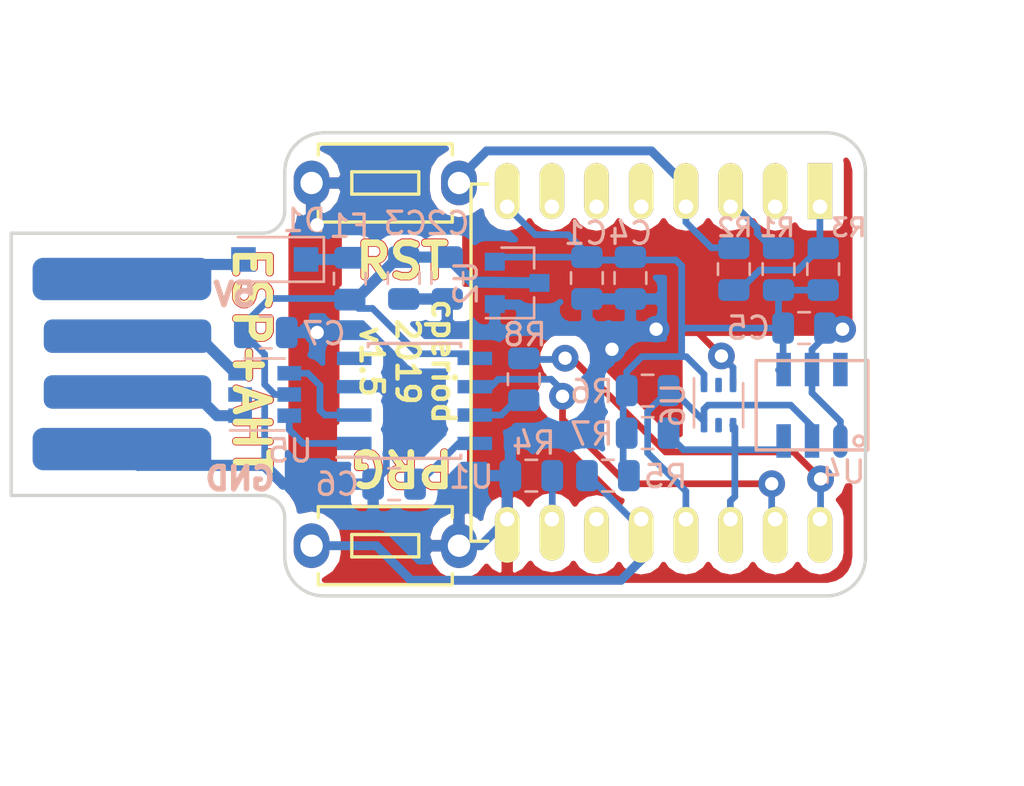
<source format=kicad_pcb>
(kicad_pcb (version 20171130) (host pcbnew 5.0.2-bee76a0~70~ubuntu18.04.1)

  (general
    (thickness 1.6)
    (drawings 23)
    (tracks 215)
    (zones 0)
    (modules 26)
    (nets 21)
  )

  (page USLetter)
  (title_block
    (rev 1.4)
  )

  (layers
    (0 F.Cu signal)
    (31 B.Cu signal)
    (32 B.Adhes user)
    (33 F.Adhes user)
    (34 B.Paste user hide)
    (35 F.Paste user hide)
    (36 B.SilkS user)
    (37 F.SilkS user)
    (38 B.Mask user)
    (39 F.Mask user)
    (40 Dwgs.User user)
    (41 Cmts.User user)
    (42 Eco1.User user)
    (43 Eco2.User user)
    (44 Edge.Cuts user)
    (45 Margin user)
    (46 B.CrtYd user)
    (47 F.CrtYd user)
    (48 B.Fab user)
    (49 F.Fab user)
  )

  (setup
    (last_trace_width 0.3)
    (user_trace_width 0.4)
    (user_trace_width 0.5)
    (trace_clearance 0.35)
    (zone_clearance 0.508)
    (zone_45_only no)
    (trace_min 0.3)
    (segment_width 0.2)
    (edge_width 0.15)
    (via_size 1.2)
    (via_drill 0.6)
    (via_min_size 1.2)
    (via_min_drill 0.6)
    (uvia_size 0.3)
    (uvia_drill 0.1)
    (uvias_allowed no)
    (uvia_min_size 0.2)
    (uvia_min_drill 0.1)
    (pcb_text_width 0.3)
    (pcb_text_size 1.5 1.5)
    (mod_edge_width 0.15)
    (mod_text_size 1 1)
    (mod_text_width 0.15)
    (pad_size 1.524 1.524)
    (pad_drill 0.762)
    (pad_to_mask_clearance 0.051)
    (solder_mask_min_width 0.25)
    (aux_axis_origin 130 107.75)
    (visible_elements FFFFFF7F)
    (pcbplotparams
      (layerselection 0x3d0ff_ffffffff)
      (usegerberextensions false)
      (usegerberattributes false)
      (usegerberadvancedattributes false)
      (creategerberjobfile false)
      (excludeedgelayer true)
      (linewidth 0.050000)
      (plotframeref false)
      (viasonmask true)
      (mode 1)
      (useauxorigin true)
      (hpglpennumber 1)
      (hpglpenspeed 20)
      (hpglpendiameter 15.000000)
      (psnegative false)
      (psa4output false)
      (plotreference true)
      (plotvalue true)
      (plotinvisibletext false)
      (padsonsilk false)
      (subtractmaskfromsilk false)
      (outputformat 1)
      (mirror false)
      (drillshape 0)
      (scaleselection 1)
      (outputdirectory "Gerbers/"))
  )

  (net 0 "")
  (net 1 3V3)
  (net 2 GND)
  (net 3 UD+)
  (net 4 UD-)
  (net 5 "Net-(R1-Pad2)")
  (net 6 "Net-(R2-Pad1)")
  (net 7 "Net-(R4-Pad1)")
  (net 8 "Net-(R5-Pad2)")
  (net 9 SDA)
  (net 10 SCL)
  (net 11 eRX)
  (net 12 eTX)
  (net 13 VBUS)
  (net 14 UDP+)
  (net 15 UDP-)
  (net 16 "Net-(C6-Pad1)")
  (net 17 5V)
  (net 18 "Net-(R8-Pad2)")
  (net 19 "Net-(D1-Pad1)")
  (net 20 "Net-(R2-Pad2)")

  (net_class Default "This is the default net class."
    (clearance 0.35)
    (trace_width 0.3)
    (via_dia 1.2)
    (via_drill 0.6)
    (uvia_dia 0.3)
    (uvia_drill 0.1)
    (diff_pair_gap 0.35)
    (diff_pair_width 0.3)
    (add_net 3V3)
    (add_net 5V)
    (add_net GND)
    (add_net "Net-(C6-Pad1)")
    (add_net "Net-(D1-Pad1)")
    (add_net "Net-(R1-Pad2)")
    (add_net "Net-(R2-Pad1)")
    (add_net "Net-(R2-Pad2)")
    (add_net "Net-(R4-Pad1)")
    (add_net "Net-(R5-Pad2)")
    (add_net "Net-(R8-Pad2)")
    (add_net SCL)
    (add_net SDA)
    (add_net UD+)
    (add_net UD-)
    (add_net UDP+)
    (add_net UDP-)
    (add_net VBUS)
    (add_net eRX)
    (add_net eTX)
  )

  (module OptoDevice:Lite-On_LTR-303ALS-01 (layer B.Cu) (tedit 5B870A3B) (tstamp 5E247425)
    (at 161.671 99.2 270)
    (descr "ambient light sensor, i2c interface, 6-pin chipled package, http://optoelectronics.liteon.com/upload/download/DS86-2013-0004/LTR-303ALS-01_DS_V1.pdf")
    (tags "ambient light sensor chipled")
    (path /5E1A5ABC)
    (attr smd)
    (fp_text reference U6 (at 0 2.025 270) (layer B.SilkS)
      (effects (font (size 1 1) (thickness 0.15)) (justify mirror))
    )
    (fp_text value LTR-303ALS-01 (at 0 -2.025 270) (layer B.Fab)
      (effects (font (size 1 1) (thickness 0.15)) (justify mirror))
    )
    (fp_line (start -1.2 1.1) (end 1 1.1) (layer B.SilkS) (width 0.12))
    (fp_line (start -0.98 -1.1) (end 0.99 -1.1) (layer B.SilkS) (width 0.12))
    (fp_line (start 1.48 1.25) (end -1.48 1.25) (layer B.CrtYd) (width 0.05))
    (fp_line (start 1.48 -1.25) (end 1.48 1.25) (layer B.CrtYd) (width 0.05))
    (fp_line (start -1.48 -1.25) (end 1.48 -1.25) (layer B.CrtYd) (width 0.05))
    (fp_line (start -1.48 1.25) (end -1.48 -1.25) (layer B.CrtYd) (width 0.05))
    (fp_line (start 1 1) (end 1 -1) (layer B.Fab) (width 0.1))
    (fp_line (start -0.5 1) (end 1 1) (layer B.Fab) (width 0.1))
    (fp_line (start -1 0.5) (end -0.5 1) (layer B.Fab) (width 0.1))
    (fp_line (start -1 -1) (end -1 0.5) (layer B.Fab) (width 0.1))
    (fp_line (start 1 -1) (end -1 -1) (layer B.Fab) (width 0.1))
    (fp_text user %R (at 0 0 270) (layer B.Fab)
      (effects (font (size 0.5 0.5) (thickness 0.08)) (justify mirror))
    )
    (pad 6 smd roundrect (at 0.9 0.65 270) (size 0.65 0.3) (layers B.Cu B.Paste B.Mask) (roundrect_rratio 0.25)
      (net 9 SDA))
    (pad 5 smd roundrect (at 0.9 0 270) (size 0.65 0.3) (layers B.Cu B.Paste B.Mask) (roundrect_rratio 0.25))
    (pad 4 smd roundrect (at 0.9 -0.65 270) (size 0.65 0.3) (layers B.Cu B.Paste B.Mask) (roundrect_rratio 0.25)
      (net 10 SCL))
    (pad 3 smd roundrect (at -0.9 -0.65 270) (size 0.65 0.3) (layers B.Cu B.Paste B.Mask) (roundrect_rratio 0.25)
      (net 2 GND))
    (pad 2 smd roundrect (at -0.9 0 270) (size 0.65 0.3) (layers B.Cu B.Paste B.Mask) (roundrect_rratio 0.25))
    (pad 1 smd roundrect (at -0.9 0.65 270) (size 0.65 0.3) (layers B.Cu B.Paste B.Mask) (roundrect_rratio 0.25)
      (net 1 3V3))
    (model ${KISYS3DMOD}/OptoDevice.3dshapes/Lite-On_LTR-303ALS-01.wrl
      (at (xyz 0 0 0))
      (scale (xyz 1 1 1))
      (rotate (xyz 0 0 0))
    )
  )

  (module Fuse:Fuse_0805_2012Metric (layer B.Cu) (tedit 5B36C52C) (tstamp 5DDEB3A0)
    (at 145.161 93.5375 90)
    (descr "Fuse SMD 0805 (2012 Metric), square (rectangular) end terminal, IPC_7351 nominal, (Body size source: https://docs.google.com/spreadsheets/d/1BsfQQcO9C6DZCsRaXUlFlo91Tg2WpOkGARC1WS5S8t0/edit?usp=sharing), generated with kicad-footprint-generator")
    (tags resistor)
    (path /5DC7CFA1)
    (attr smd)
    (fp_text reference F1 (at 2.3515 -0.025) (layer B.SilkS)
      (effects (font (size 1 1) (thickness 0.15)) (justify mirror))
    )
    (fp_text value 200mA (at 9.825 0.05 -90) (layer B.Fab)
      (effects (font (size 1 1) (thickness 0.15)) (justify mirror))
    )
    (fp_text user %R (at 0 0 90) (layer B.Fab)
      (effects (font (size 0.5 0.5) (thickness 0.08)) (justify mirror))
    )
    (fp_line (start 1.68 -0.95) (end -1.68 -0.95) (layer B.CrtYd) (width 0.05))
    (fp_line (start 1.68 0.95) (end 1.68 -0.95) (layer B.CrtYd) (width 0.05))
    (fp_line (start -1.68 0.95) (end 1.68 0.95) (layer B.CrtYd) (width 0.05))
    (fp_line (start -1.68 -0.95) (end -1.68 0.95) (layer B.CrtYd) (width 0.05))
    (fp_line (start -0.258578 -0.71) (end 0.258578 -0.71) (layer B.SilkS) (width 0.12))
    (fp_line (start -0.258578 0.71) (end 0.258578 0.71) (layer B.SilkS) (width 0.12))
    (fp_line (start 1 -0.6) (end -1 -0.6) (layer B.Fab) (width 0.1))
    (fp_line (start 1 0.6) (end 1 -0.6) (layer B.Fab) (width 0.1))
    (fp_line (start -1 0.6) (end 1 0.6) (layer B.Fab) (width 0.1))
    (fp_line (start -1 -0.6) (end -1 0.6) (layer B.Fab) (width 0.1))
    (pad 2 smd roundrect (at 0.9375 0 90) (size 0.975 1.4) (layers B.Cu B.Paste B.Mask) (roundrect_rratio 0.25)
      (net 19 "Net-(D1-Pad1)"))
    (pad 1 smd roundrect (at -0.9375 0 90) (size 0.975 1.4) (layers B.Cu B.Paste B.Mask) (roundrect_rratio 0.25)
      (net 17 5V))
    (model ${KISYS3DMOD}/Fuse.3dshapes/Fuse_0805_2012Metric.wrl
      (at (xyz 0 0 0))
      (scale (xyz 1 1 1))
      (rotate (xyz 0 0 0))
    )
  )

  (module CPB:usb-PCB locked (layer B.Cu) (tedit 5DC76E6F) (tstamp 5DD32317)
    (at 130.059217 97.362374 90)
    (path /5DBDB3F6)
    (attr virtual)
    (fp_text reference J1 (at 0.13 7.85 90) (layer B.SilkS) hide
      (effects (font (size 1.5 1.5) (thickness 0.15)) (justify mirror))
    )
    (fp_text value USB (at 0.29 10.13 90) (layer B.SilkS) hide
      (effects (font (size 1.5 1.5) (thickness 0.15)) (justify mirror))
    )
    (fp_poly (pts (xy -6 8.6) (xy 6 8.6) (xy 6 0) (xy -6 0)) (layer B.Mask) (width 0.15))
    (fp_line (start -6.03 0) (end -6.03 12) (layer Dwgs.User) (width 0.15))
    (fp_line (start 6.03 0) (end -6.03 0) (layer Dwgs.User) (width 0.15))
    (fp_line (start 6.03 0) (end 6.03 12) (layer Dwgs.User) (width 0.15))
    (pad 2 connect roundrect (at 1.25 5.15 90) (size 1.5 7.5) (layers B.Cu B.Mask) (roundrect_rratio 0.25)
      (net 4 UD-))
    (pad 3 connect roundrect (at -1.25 5.15 90) (size 1.5 7.5) (layers B.Cu B.Mask) (roundrect_rratio 0.25)
      (net 3 UD+))
    (pad 4 connect roundrect (at -3.81 4.9 90) (size 1.9 8) (layers B.Cu B.Mask) (roundrect_rratio 0.25)
      (net 2 GND))
    (pad 1 connect roundrect (at 3.81 4.9 90) (size 1.9 8) (layers B.Cu B.Mask) (roundrect_rratio 0.25)
      (net 13 VBUS))
  )

  (module Package_SO:SOIC-8_3.9x4.9mm_P1.27mm (layer B.Cu) (tedit 5A02F2D3) (tstamp 5DD29E11)
    (at 148.059217 99.012374)
    (descr "8-Lead Plastic Small Outline (SN) - Narrow, 3.90 mm Body [SOIC] (see Microchip Packaging Specification http://ww1.microchip.com/downloads/en/PackagingSpec/00000049BQ.pdf)")
    (tags "SOIC 1.27")
    (path /5DC02823)
    (attr smd)
    (fp_text reference U1 (at 2.540783 3.412626 180) (layer B.SilkS)
      (effects (font (size 1 1) (thickness 0.15)) (justify mirror))
    )
    (fp_text value CH330N (at -0.859217 -13.037374) (layer B.Fab)
      (effects (font (size 1 1) (thickness 0.15)) (justify mirror))
    )
    (fp_text user %R (at 0 0) (layer B.Fab)
      (effects (font (size 1 1) (thickness 0.15)) (justify mirror))
    )
    (fp_line (start -0.95 2.45) (end 1.95 2.45) (layer B.Fab) (width 0.1))
    (fp_line (start 1.95 2.45) (end 1.95 -2.45) (layer B.Fab) (width 0.1))
    (fp_line (start 1.95 -2.45) (end -1.95 -2.45) (layer B.Fab) (width 0.1))
    (fp_line (start -1.95 -2.45) (end -1.95 1.45) (layer B.Fab) (width 0.1))
    (fp_line (start -1.95 1.45) (end -0.95 2.45) (layer B.Fab) (width 0.1))
    (fp_line (start -3.73 2.7) (end -3.73 -2.7) (layer B.CrtYd) (width 0.05))
    (fp_line (start 3.73 2.7) (end 3.73 -2.7) (layer B.CrtYd) (width 0.05))
    (fp_line (start -3.73 2.7) (end 3.73 2.7) (layer B.CrtYd) (width 0.05))
    (fp_line (start -3.73 -2.7) (end 3.73 -2.7) (layer B.CrtYd) (width 0.05))
    (fp_line (start -2.075 2.575) (end -2.075 2.525) (layer B.SilkS) (width 0.15))
    (fp_line (start 2.075 2.575) (end 2.075 2.43) (layer B.SilkS) (width 0.15))
    (fp_line (start 2.075 -2.575) (end 2.075 -2.43) (layer B.SilkS) (width 0.15))
    (fp_line (start -2.075 -2.575) (end -2.075 -2.43) (layer B.SilkS) (width 0.15))
    (fp_line (start -2.075 2.575) (end 2.075 2.575) (layer B.SilkS) (width 0.15))
    (fp_line (start -2.075 -2.575) (end 2.075 -2.575) (layer B.SilkS) (width 0.15))
    (fp_line (start -2.075 2.525) (end -3.475 2.525) (layer B.SilkS) (width 0.15))
    (pad 1 smd rect (at -2.7 1.905) (size 1.55 0.6) (layers B.Cu B.Paste B.Mask)
      (net 14 UDP+))
    (pad 2 smd rect (at -2.7 0.635) (size 1.55 0.6) (layers B.Cu B.Paste B.Mask)
      (net 15 UDP-))
    (pad 3 smd rect (at -2.7 -0.635) (size 1.55 0.6) (layers B.Cu B.Paste B.Mask)
      (net 2 GND))
    (pad 4 smd rect (at -2.7 -1.905) (size 1.55 0.6) (layers B.Cu B.Paste B.Mask))
    (pad 5 smd rect (at 2.7 -1.905) (size 1.55 0.6) (layers B.Cu B.Paste B.Mask)
      (net 17 5V))
    (pad 6 smd rect (at 2.7 -0.635) (size 1.55 0.6) (layers B.Cu B.Paste B.Mask)
      (net 11 eRX))
    (pad 7 smd rect (at 2.7 0.635) (size 1.55 0.6) (layers B.Cu B.Paste B.Mask)
      (net 18 "Net-(R8-Pad2)"))
    (pad 8 smd rect (at 2.7 1.905) (size 1.55 0.6) (layers B.Cu B.Paste B.Mask)
      (net 16 "Net-(C6-Pad1)"))
    (model ${KISYS3DMOD}/Package_SO.3dshapes/SOIC-8_3.9x4.9mm_P1.27mm.wrl
      (at (xyz 0 0 0))
      (scale (xyz 1 1 1))
      (rotate (xyz 0 0 0))
    )
  )

  (module CPB:ESP-12Emin (layer F.Cu) (tedit 5DBF21C4) (tstamp 5DD29E4E)
    (at 166.209217 90.312374 270)
    (descr "Module, ESP-8266, ESP-12, 16 pad, SMD")
    (tags "Module ESP-8266 ESP8266")
    (path /5DBDB353)
    (fp_text reference U3 (at -2 -2 270) (layer F.SilkS) hide
      (effects (font (size 1 1) (thickness 0.15)))
    )
    (fp_text value ESP-12 (at 8 1 270) (layer F.Fab)
      (effects (font (size 1 1) (thickness 0.15)))
    )
    (fp_line (start -2.25 -0.5) (end -2.25 -8.75) (layer F.CrtYd) (width 0.05))
    (fp_line (start -2.25 -8.75) (end 15.25 -8.75) (layer F.CrtYd) (width 0.05))
    (fp_line (start 15.25 -8.75) (end 16.25 -8.75) (layer F.CrtYd) (width 0.05))
    (fp_line (start 16.25 -8.75) (end 16.25 16) (layer F.CrtYd) (width 0.05))
    (fp_line (start 16.25 16) (end -2.25 16) (layer F.CrtYd) (width 0.05))
    (fp_line (start -2.25 16) (end -2.25 -0.5) (layer F.CrtYd) (width 0.05))
    (fp_line (start -1.016 -8.382) (end 14.986 -8.382) (layer F.CrtYd) (width 0.1524))
    (fp_line (start 14.986 -8.382) (end 14.986 -0.889) (layer F.CrtYd) (width 0.1524))
    (fp_line (start -1.016 -8.382) (end -1.016 -1.016) (layer F.CrtYd) (width 0.1524))
    (fp_line (start -1.016 14.859) (end -1.016 15.621) (layer F.SilkS) (width 0.1524))
    (fp_line (start -1.016 15.621) (end 14.986 15.621) (layer F.SilkS) (width 0.1524))
    (fp_line (start 14.986 15.621) (end 14.986 14.859) (layer F.SilkS) (width 0.1524))
    (fp_line (start 14.992 -8.4) (end -1.008 -2.6) (layer F.CrtYd) (width 0.1524))
    (fp_line (start -1.008 -8.4) (end 14.992 -2.6) (layer F.CrtYd) (width 0.1524))
    (fp_text user "No Copper" (at 6.892 -5.4 270) (layer F.CrtYd)
      (effects (font (size 1 1) (thickness 0.15)))
    )
    (fp_line (start -1.008 -2.6) (end 14.992 -2.6) (layer F.CrtYd) (width 0.1524))
    (fp_line (start 15 -8.4) (end 15 15.6) (layer F.Fab) (width 0.05))
    (fp_line (start 14.992 15.6) (end -1.008 15.6) (layer F.Fab) (width 0.05))
    (fp_line (start -1.008 15.6) (end -1.008 -8.4) (layer F.Fab) (width 0.05))
    (fp_line (start -1.008 -8.4) (end 14.992 -8.4) (layer F.Fab) (width 0.05))
    (pad 1 thru_hole rect (at 0 0 270) (size 2.5 1.1) (drill 0.65 (offset -0.7 0)) (layers *.Cu *.Mask F.SilkS)
      (net 6 "Net-(R2-Pad1)"))
    (pad 2 thru_hole oval (at 0 2 270) (size 2.5 1.1) (drill 0.65 (offset -0.7 0)) (layers *.Cu *.Mask F.SilkS))
    (pad 3 thru_hole oval (at 0 4 270) (size 2.5 1.1) (drill 0.65 (offset -0.7 0)) (layers *.Cu *.Mask F.SilkS)
      (net 5 "Net-(R1-Pad2)"))
    (pad 4 thru_hole oval (at 0 6 270) (size 2.5 1.1) (drill 0.65 (offset -0.7 0)) (layers *.Cu *.Mask F.SilkS)
      (net 20 "Net-(R2-Pad2)"))
    (pad 5 thru_hole oval (at 0 8 270) (size 2.5 1.1) (drill 0.65 (offset -0.7 0)) (layers *.Cu *.Mask F.SilkS))
    (pad 6 thru_hole oval (at 0 10 270) (size 2.5 1.1) (drill 0.65 (offset -0.7 0)) (layers *.Cu *.Mask F.SilkS))
    (pad 7 thru_hole oval (at 0 12 270) (size 2.5 1.1) (drill 0.65 (offset -0.7 0)) (layers *.Cu *.Mask F.SilkS))
    (pad 8 thru_hole oval (at 0 14 270) (size 2.5 1.1) (drill 0.65 (offset -0.7 0)) (layers *.Cu *.Mask F.SilkS)
      (net 1 3V3))
    (pad 9 thru_hole oval (at 14 14 270) (size 2.5 1.1) (drill 0.65 (offset 0.7 0)) (layers *.Cu *.Mask F.SilkS)
      (net 2 GND))
    (pad 10 thru_hole oval (at 14 12 270) (size 2.5 1.1) (drill 0.65 (offset 0.6 0)) (layers *.Cu *.Mask F.SilkS)
      (net 7 "Net-(R4-Pad1)"))
    (pad 11 thru_hole oval (at 14 10 270) (size 2.5 1.1) (drill 0.65 (offset 0.7 0)) (layers *.Cu *.Mask F.SilkS))
    (pad 12 thru_hole oval (at 14 8 270) (size 2.5 1.1) (drill 0.65 (offset 0.7 0)) (layers *.Cu *.Mask F.SilkS)
      (net 8 "Net-(R5-Pad2)"))
    (pad 13 thru_hole oval (at 14 6 270) (size 2.5 1.1) (drill 0.65 (offset 0.7 0)) (layers *.Cu *.Mask F.SilkS)
      (net 9 SDA))
    (pad 14 thru_hole oval (at 14 4 270) (size 2.5 1.1) (drill 0.65 (offset 0.7 0)) (layers *.Cu *.Mask F.SilkS)
      (net 10 SCL))
    (pad 15 thru_hole oval (at 14 2 270) (size 2.5 1.1) (drill 0.65 (offset 0.7 0)) (layers *.Cu *.Mask F.SilkS)
      (net 11 eRX))
    (pad 16 thru_hole oval (at 14 0 270) (size 2.5 1.1) (drill 0.65 (offset 0.7 0)) (layers *.Cu *.Mask F.SilkS)
      (net 12 eTX))
    (model ${ESPLIB}/ESP8266.3dshapes/ESP-12.wrl
      (at (xyz 0 0 0))
      (scale (xyz 0.3937 0.3937 0.3937))
      (rotate (xyz 0 0 0))
    )
  )

  (module "CPB:Tact Switch 6mmx3.5mm C318817" (layer F.Cu) (tedit 5DD08D33) (tstamp 5DD32787)
    (at 146.75 89.25 90)
    (path /5DC1830B)
    (fp_text reference SW1 (at -2.5 -0.5 180) (layer F.SilkS) hide
      (effects (font (size 1 1) (thickness 0.15)))
    )
    (fp_text value RESET (at 3 0 180) (layer F.Fab) hide
      (effects (font (size 1 1) (thickness 0.15)))
    )
    (fp_line (start -2 3.25) (end -2 -3.25) (layer F.Fab) (width 0.15))
    (fp_line (start 2 3.25) (end -2 3.25) (layer F.Fab) (width 0.15))
    (fp_line (start 2 -3.25) (end 2 3.25) (layer F.Fab) (width 0.15))
    (fp_line (start -2 -3.25) (end 2 -3.25) (layer F.Fab) (width 0.15))
    (fp_line (start 2 3.25) (end 1.25 3.25) (layer F.CrtYd) (width 0.15))
    (fp_line (start 2 -3.25) (end 2 3.25) (layer F.CrtYd) (width 0.15))
    (fp_line (start 1.25 -3.25) (end 2 -3.25) (layer F.CrtYd) (width 0.15))
    (fp_line (start -2 3.25) (end -1.25 3.25) (layer F.CrtYd) (width 0.15))
    (fp_line (start -2 -3.25) (end -2 3.25) (layer F.CrtYd) (width 0.15))
    (fp_line (start -1.25 -3.25) (end -2 -3.25) (layer F.CrtYd) (width 0.15))
    (fp_line (start 0.5 -1.5) (end -0.5 -1.5) (layer F.SilkS) (width 0.15))
    (fp_line (start 0.5 1.5) (end 0.5 -1.5) (layer F.SilkS) (width 0.15))
    (fp_line (start -0.5 1.5) (end 0.5 1.5) (layer F.SilkS) (width 0.15))
    (fp_line (start -0.5 -1.5) (end -0.5 1.5) (layer F.SilkS) (width 0.15))
    (fp_line (start 1.75 3) (end 1.25 3) (layer F.SilkS) (width 0.15))
    (fp_line (start 1.75 -3) (end 1.75 3) (layer F.SilkS) (width 0.15))
    (fp_line (start 1.25 -3) (end 1.75 -3) (layer F.SilkS) (width 0.15))
    (fp_line (start -1.75 3) (end -1.25 3) (layer F.SilkS) (width 0.15))
    (fp_line (start -1.75 -3) (end -1.75 3) (layer F.SilkS) (width 0.15))
    (fp_line (start -1.25 -3) (end -1.75 -3) (layer F.SilkS) (width 0.15))
    (pad 2 thru_hole oval (at 0 -3.3 90) (size 2 1.6) (drill 1) (layers *.Cu *.Mask)
      (net 2 GND))
    (pad 1 thru_hole oval (at 0 3.3 90) (size 2 1.6) (drill 1) (layers *.Cu *.Mask)
      (net 20 "Net-(R2-Pad2)"))
  )

  (module "CPB:Tact Switch 6mmx3.5mm C318817" (layer F.Cu) (tedit 5DD08D38) (tstamp 5DD327A0)
    (at 146.75 105.5 270)
    (path /5DC1481A)
    (fp_text reference SW2 (at -2.5 -0.5) (layer F.SilkS) hide
      (effects (font (size 1 1) (thickness 0.15)))
    )
    (fp_text value PROG (at 3 0) (layer F.Fab) hide
      (effects (font (size 1 1) (thickness 0.15)))
    )
    (fp_line (start -1.25 -3) (end -1.75 -3) (layer F.SilkS) (width 0.15))
    (fp_line (start -1.75 -3) (end -1.75 3) (layer F.SilkS) (width 0.15))
    (fp_line (start -1.75 3) (end -1.25 3) (layer F.SilkS) (width 0.15))
    (fp_line (start 1.25 -3) (end 1.75 -3) (layer F.SilkS) (width 0.15))
    (fp_line (start 1.75 -3) (end 1.75 3) (layer F.SilkS) (width 0.15))
    (fp_line (start 1.75 3) (end 1.25 3) (layer F.SilkS) (width 0.15))
    (fp_line (start -0.5 -1.5) (end -0.5 1.5) (layer F.SilkS) (width 0.15))
    (fp_line (start -0.5 1.5) (end 0.5 1.5) (layer F.SilkS) (width 0.15))
    (fp_line (start 0.5 1.5) (end 0.5 -1.5) (layer F.SilkS) (width 0.15))
    (fp_line (start 0.5 -1.5) (end -0.5 -1.5) (layer F.SilkS) (width 0.15))
    (fp_line (start -1.25 -3.25) (end -2 -3.25) (layer F.CrtYd) (width 0.15))
    (fp_line (start -2 -3.25) (end -2 3.25) (layer F.CrtYd) (width 0.15))
    (fp_line (start -2 3.25) (end -1.25 3.25) (layer F.CrtYd) (width 0.15))
    (fp_line (start 1.25 -3.25) (end 2 -3.25) (layer F.CrtYd) (width 0.15))
    (fp_line (start 2 -3.25) (end 2 3.25) (layer F.CrtYd) (width 0.15))
    (fp_line (start 2 3.25) (end 1.25 3.25) (layer F.CrtYd) (width 0.15))
    (fp_line (start -2 -3.25) (end 2 -3.25) (layer F.Fab) (width 0.15))
    (fp_line (start 2 -3.25) (end 2 3.25) (layer F.Fab) (width 0.15))
    (fp_line (start 2 3.25) (end -2 3.25) (layer F.Fab) (width 0.15))
    (fp_line (start -2 3.25) (end -2 -3.25) (layer F.Fab) (width 0.15))
    (pad 1 thru_hole oval (at 0 3.3 270) (size 2 1.6) (drill 1) (layers *.Cu *.Mask)
      (net 8 "Net-(R5-Pad2)"))
    (pad 2 thru_hole oval (at 0 -3.3 270) (size 2 1.6) (drill 1) (layers *.Cu *.Mask)
      (net 2 GND))
  )

  (module CPB:AHT10-HandSolder locked (layer B.Cu) (tedit 5DC02370) (tstamp 5DE55293)
    (at 165.855703 99.20862 90)
    (path /5DBE6669)
    (fp_text reference U4 (at -2.99138 1.394297 180) (layer B.SilkS)
      (effects (font (size 1 1) (thickness 0.15)) (justify mirror))
    )
    (fp_text value AHT10 (at 0.40862 8.644297 90) (layer B.Fab)
      (effects (font (size 1 1) (thickness 0.15)) (justify mirror))
    )
    (fp_line (start -2 2.5) (end 2 2.5) (layer B.SilkS) (width 0.15))
    (fp_line (start 2 2.5) (end 2 -2.5) (layer B.SilkS) (width 0.15))
    (fp_line (start 2 -2.5) (end -2 -2.5) (layer B.SilkS) (width 0.15))
    (fp_line (start -2 -2.5) (end -2 2.5) (layer B.SilkS) (width 0.15))
    (fp_circle (center -1.6 2.1) (end -1.4 2) (layer B.SilkS) (width 0.15))
    (fp_line (start -2.1 2.6) (end 2.1 2.6) (layer B.CrtYd) (width 0.15))
    (fp_line (start 2.1 2.6) (end 2.1 -2.6) (layer B.CrtYd) (width 0.15))
    (fp_line (start 2.1 -2.6) (end -2.1 -2.6) (layer B.CrtYd) (width 0.15))
    (fp_line (start -2.1 -2.6) (end -2.1 2.6) (layer B.CrtYd) (width 0.15))
    (fp_line (start -2.2 2.7) (end 2.2 2.7) (layer B.Fab) (width 0.15))
    (fp_line (start 2.2 2.7) (end 2.2 -2.7) (layer B.Fab) (width 0.15))
    (fp_line (start 2.2 -2.7) (end -2.2 -2.7) (layer B.Fab) (width 0.15))
    (fp_line (start -2.2 -2.7) (end -2.2 2.7) (layer B.Fab) (width 0.15))
    (pad 1 smd oval (at -1.6 1.27 90) (size 1.5 0.65) (layers B.Cu B.Paste B.Mask)
      (net 2 GND))
    (pad 2 smd rect (at -1.6 0 90) (size 1.5 0.65) (layers B.Cu B.Paste B.Mask)
      (net 9 SDA))
    (pad 3 smd rect (at -1.6 -1.27 90) (size 1.5 0.65) (layers B.Cu B.Paste B.Mask)
      (net 10 SCL))
    (pad 4 smd rect (at 1.6 -1.27 90) (size 1.5 0.65) (layers B.Cu B.Paste B.Mask)
      (net 1 3V3))
    (pad 5 smd rect (at 1.6 0 90) (size 1.5 0.65) (layers B.Cu B.Paste B.Mask)
      (net 2 GND))
    (pad 6 smd rect (at 1.6 1.27 90) (size 1.5 0.65) (layers B.Cu B.Paste B.Mask))
  )

  (module Package_TO_SOT_SMD:SOT-23-6 (layer B.Cu) (tedit 5A02FF57) (tstamp 5DF746FB)
    (at 141.35 98.725)
    (descr "6-pin SOT-23 package")
    (tags SOT-23-6)
    (path /5DC39FB1)
    (attr smd)
    (fp_text reference U5 (at 1.15 2.525) (layer B.SilkS)
      (effects (font (size 1 1) (thickness 0.15)) (justify mirror))
    )
    (fp_text value USBLC6-2SC6 (at -0.15 12 90) (layer B.Fab)
      (effects (font (size 1 1) (thickness 0.15)) (justify mirror))
    )
    (fp_text user %R (at 0 0 -90) (layer B.Fab)
      (effects (font (size 0.5 0.5) (thickness 0.075)) (justify mirror))
    )
    (fp_line (start -0.9 -1.61) (end 0.9 -1.61) (layer B.SilkS) (width 0.12))
    (fp_line (start 0.9 1.61) (end -1.55 1.61) (layer B.SilkS) (width 0.12))
    (fp_line (start 1.9 1.8) (end -1.9 1.8) (layer B.CrtYd) (width 0.05))
    (fp_line (start 1.9 -1.8) (end 1.9 1.8) (layer B.CrtYd) (width 0.05))
    (fp_line (start -1.9 -1.8) (end 1.9 -1.8) (layer B.CrtYd) (width 0.05))
    (fp_line (start -1.9 1.8) (end -1.9 -1.8) (layer B.CrtYd) (width 0.05))
    (fp_line (start -0.9 0.9) (end -0.25 1.55) (layer B.Fab) (width 0.1))
    (fp_line (start 0.9 1.55) (end -0.25 1.55) (layer B.Fab) (width 0.1))
    (fp_line (start -0.9 0.9) (end -0.9 -1.55) (layer B.Fab) (width 0.1))
    (fp_line (start 0.9 -1.55) (end -0.9 -1.55) (layer B.Fab) (width 0.1))
    (fp_line (start 0.9 1.55) (end 0.9 -1.55) (layer B.Fab) (width 0.1))
    (pad 1 smd rect (at -1.1 0.95) (size 1.06 0.65) (layers B.Cu B.Paste B.Mask)
      (net 3 UD+))
    (pad 2 smd rect (at -1.1 0) (size 1.06 0.65) (layers B.Cu B.Paste B.Mask)
      (net 2 GND))
    (pad 3 smd rect (at -1.1 -0.95) (size 1.06 0.65) (layers B.Cu B.Paste B.Mask)
      (net 4 UD-))
    (pad 4 smd rect (at 1.1 -0.95) (size 1.06 0.65) (layers B.Cu B.Paste B.Mask)
      (net 15 UDP-))
    (pad 6 smd rect (at 1.1 0.95) (size 1.06 0.65) (layers B.Cu B.Paste B.Mask)
      (net 14 UDP+))
    (pad 5 smd rect (at 1.1 0) (size 1.06 0.65) (layers B.Cu B.Paste B.Mask)
      (net 17 5V))
    (model ${KISYS3DMOD}/Package_TO_SOT_SMD.3dshapes/SOT-23-6.wrl
      (at (xyz 0 0 0))
      (scale (xyz 1 1 1))
      (rotate (xyz 0 0 0))
    )
  )

  (module Capacitor_SMD:C_0805_2012Metric (layer B.Cu) (tedit 5B36C52B) (tstamp 5DF3AAFA)
    (at 155.776 93.50862 270)
    (descr "Capacitor SMD 0805 (2012 Metric), square (rectangular) end terminal, IPC_7351 nominal, (Body size source: https://docs.google.com/spreadsheets/d/1BsfQQcO9C6DZCsRaXUlFlo91Tg2WpOkGARC1WS5S8t0/edit?usp=sharing), generated with kicad-footprint-generator")
    (tags capacitor)
    (path /5DBDD191)
    (attr smd)
    (fp_text reference C1 (at -2.00862 0.05) (layer B.SilkS)
      (effects (font (size 1 1) (thickness 0.15)) (justify mirror))
    )
    (fp_text value 100n (at -8.75862 0.05 270) (layer B.Fab)
      (effects (font (size 1 1) (thickness 0.15)) (justify mirror))
    )
    (fp_text user %R (at 0 0 270) (layer B.Fab)
      (effects (font (size 0.5 0.5) (thickness 0.08)) (justify mirror))
    )
    (fp_line (start 1.68 -0.95) (end -1.68 -0.95) (layer B.CrtYd) (width 0.05))
    (fp_line (start 1.68 0.95) (end 1.68 -0.95) (layer B.CrtYd) (width 0.05))
    (fp_line (start -1.68 0.95) (end 1.68 0.95) (layer B.CrtYd) (width 0.05))
    (fp_line (start -1.68 -0.95) (end -1.68 0.95) (layer B.CrtYd) (width 0.05))
    (fp_line (start -0.258578 -0.71) (end 0.258578 -0.71) (layer B.SilkS) (width 0.12))
    (fp_line (start -0.258578 0.71) (end 0.258578 0.71) (layer B.SilkS) (width 0.12))
    (fp_line (start 1 -0.6) (end -1 -0.6) (layer B.Fab) (width 0.1))
    (fp_line (start 1 0.6) (end 1 -0.6) (layer B.Fab) (width 0.1))
    (fp_line (start -1 0.6) (end 1 0.6) (layer B.Fab) (width 0.1))
    (fp_line (start -1 -0.6) (end -1 0.6) (layer B.Fab) (width 0.1))
    (pad 2 smd roundrect (at 0.9375 0 270) (size 0.975 1.4) (layers B.Cu B.Paste B.Mask) (roundrect_rratio 0.25)
      (net 2 GND))
    (pad 1 smd roundrect (at -0.9375 0 270) (size 0.975 1.4) (layers B.Cu B.Paste B.Mask) (roundrect_rratio 0.25)
      (net 1 3V3))
    (model ${KISYS3DMOD}/Capacitor_SMD.3dshapes/C_0805_2012Metric.wrl
      (at (xyz 0 0 0))
      (scale (xyz 1 1 1))
      (rotate (xyz 0 0 0))
    )
  )

  (module Capacitor_SMD:C_0805_2012Metric (layer B.Cu) (tedit 5B36C52B) (tstamp 5DF3AB0A)
    (at 149.525 93.50862 270)
    (descr "Capacitor SMD 0805 (2012 Metric), square (rectangular) end terminal, IPC_7351 nominal, (Body size source: https://docs.google.com/spreadsheets/d/1BsfQQcO9C6DZCsRaXUlFlo91Tg2WpOkGARC1WS5S8t0/edit?usp=sharing), generated with kicad-footprint-generator")
    (tags capacitor)
    (path /5DBE3E3F)
    (attr smd)
    (fp_text reference C2 (at -2.44962 -0.025) (layer B.SilkS)
      (effects (font (size 1 1) (thickness 0.15)) (justify mirror))
    )
    (fp_text value 10u (at -9.94262 -0.208 270) (layer B.Fab)
      (effects (font (size 1 1) (thickness 0.15)) (justify mirror))
    )
    (fp_line (start -1 -0.6) (end -1 0.6) (layer B.Fab) (width 0.1))
    (fp_line (start -1 0.6) (end 1 0.6) (layer B.Fab) (width 0.1))
    (fp_line (start 1 0.6) (end 1 -0.6) (layer B.Fab) (width 0.1))
    (fp_line (start 1 -0.6) (end -1 -0.6) (layer B.Fab) (width 0.1))
    (fp_line (start -0.258578 0.71) (end 0.258578 0.71) (layer B.SilkS) (width 0.12))
    (fp_line (start -0.258578 -0.71) (end 0.258578 -0.71) (layer B.SilkS) (width 0.12))
    (fp_line (start -1.68 -0.95) (end -1.68 0.95) (layer B.CrtYd) (width 0.05))
    (fp_line (start -1.68 0.95) (end 1.68 0.95) (layer B.CrtYd) (width 0.05))
    (fp_line (start 1.68 0.95) (end 1.68 -0.95) (layer B.CrtYd) (width 0.05))
    (fp_line (start 1.68 -0.95) (end -1.68 -0.95) (layer B.CrtYd) (width 0.05))
    (fp_text user %R (at 0 0 270) (layer B.Fab)
      (effects (font (size 0.5 0.5) (thickness 0.08)) (justify mirror))
    )
    (pad 1 smd roundrect (at -0.9375 0 270) (size 0.975 1.4) (layers B.Cu B.Paste B.Mask) (roundrect_rratio 0.25)
      (net 17 5V))
    (pad 2 smd roundrect (at 0.9375 0 270) (size 0.975 1.4) (layers B.Cu B.Paste B.Mask) (roundrect_rratio 0.25)
      (net 2 GND))
    (model ${KISYS3DMOD}/Capacitor_SMD.3dshapes/C_0805_2012Metric.wrl
      (at (xyz 0 0 0))
      (scale (xyz 1 1 1))
      (rotate (xyz 0 0 0))
    )
  )

  (module Capacitor_SMD:C_0805_2012Metric (layer B.Cu) (tedit 5B36C52B) (tstamp 5DF3AB1A)
    (at 147.575 93.50862 270)
    (descr "Capacitor SMD 0805 (2012 Metric), square (rectangular) end terminal, IPC_7351 nominal, (Body size source: https://docs.google.com/spreadsheets/d/1BsfQQcO9C6DZCsRaXUlFlo91Tg2WpOkGARC1WS5S8t0/edit?usp=sharing), generated with kicad-footprint-generator")
    (tags capacitor)
    (path /5DC0C395)
    (attr smd)
    (fp_text reference C3 (at -2.44962 -0.075) (layer B.SilkS)
      (effects (font (size 1 1) (thickness 0.15)) (justify mirror))
    )
    (fp_text value 100n (at -10.45062 0.001 90) (layer B.Fab)
      (effects (font (size 1 1) (thickness 0.15)) (justify mirror))
    )
    (fp_text user %R (at 0 0 270) (layer B.Fab)
      (effects (font (size 0.5 0.5) (thickness 0.08)) (justify mirror))
    )
    (fp_line (start 1.68 -0.95) (end -1.68 -0.95) (layer B.CrtYd) (width 0.05))
    (fp_line (start 1.68 0.95) (end 1.68 -0.95) (layer B.CrtYd) (width 0.05))
    (fp_line (start -1.68 0.95) (end 1.68 0.95) (layer B.CrtYd) (width 0.05))
    (fp_line (start -1.68 -0.95) (end -1.68 0.95) (layer B.CrtYd) (width 0.05))
    (fp_line (start -0.258578 -0.71) (end 0.258578 -0.71) (layer B.SilkS) (width 0.12))
    (fp_line (start -0.258578 0.71) (end 0.258578 0.71) (layer B.SilkS) (width 0.12))
    (fp_line (start 1 -0.6) (end -1 -0.6) (layer B.Fab) (width 0.1))
    (fp_line (start 1 0.6) (end 1 -0.6) (layer B.Fab) (width 0.1))
    (fp_line (start -1 0.6) (end 1 0.6) (layer B.Fab) (width 0.1))
    (fp_line (start -1 -0.6) (end -1 0.6) (layer B.Fab) (width 0.1))
    (pad 2 smd roundrect (at 0.9375 0 270) (size 0.975 1.4) (layers B.Cu B.Paste B.Mask) (roundrect_rratio 0.25)
      (net 2 GND))
    (pad 1 smd roundrect (at -0.9375 0 270) (size 0.975 1.4) (layers B.Cu B.Paste B.Mask) (roundrect_rratio 0.25)
      (net 17 5V))
    (model ${KISYS3DMOD}/Capacitor_SMD.3dshapes/C_0805_2012Metric.wrl
      (at (xyz 0 0 0))
      (scale (xyz 1 1 1))
      (rotate (xyz 0 0 0))
    )
  )

  (module Capacitor_SMD:C_0805_2012Metric (layer B.Cu) (tedit 5B36C52B) (tstamp 5DF3AB2A)
    (at 157.726 93.50862 270)
    (descr "Capacitor SMD 0805 (2012 Metric), square (rectangular) end terminal, IPC_7351 nominal, (Body size source: https://docs.google.com/spreadsheets/d/1BsfQQcO9C6DZCsRaXUlFlo91Tg2WpOkGARC1WS5S8t0/edit?usp=sharing), generated with kicad-footprint-generator")
    (tags capacitor)
    (path /5DBE3E90)
    (attr smd)
    (fp_text reference C4 (at -2.00862 0) (layer B.SilkS)
      (effects (font (size 1 1) (thickness 0.15)) (justify mirror))
    )
    (fp_text value 10u (at -8.50862 0.25 270) (layer B.Fab)
      (effects (font (size 1 1) (thickness 0.15)) (justify mirror))
    )
    (fp_text user %R (at 0 0 270) (layer B.Fab)
      (effects (font (size 0.5 0.5) (thickness 0.08)) (justify mirror))
    )
    (fp_line (start 1.68 -0.95) (end -1.68 -0.95) (layer B.CrtYd) (width 0.05))
    (fp_line (start 1.68 0.95) (end 1.68 -0.95) (layer B.CrtYd) (width 0.05))
    (fp_line (start -1.68 0.95) (end 1.68 0.95) (layer B.CrtYd) (width 0.05))
    (fp_line (start -1.68 -0.95) (end -1.68 0.95) (layer B.CrtYd) (width 0.05))
    (fp_line (start -0.258578 -0.71) (end 0.258578 -0.71) (layer B.SilkS) (width 0.12))
    (fp_line (start -0.258578 0.71) (end 0.258578 0.71) (layer B.SilkS) (width 0.12))
    (fp_line (start 1 -0.6) (end -1 -0.6) (layer B.Fab) (width 0.1))
    (fp_line (start 1 0.6) (end 1 -0.6) (layer B.Fab) (width 0.1))
    (fp_line (start -1 0.6) (end 1 0.6) (layer B.Fab) (width 0.1))
    (fp_line (start -1 -0.6) (end -1 0.6) (layer B.Fab) (width 0.1))
    (pad 2 smd roundrect (at 0.9375 0 270) (size 0.975 1.4) (layers B.Cu B.Paste B.Mask) (roundrect_rratio 0.25)
      (net 2 GND))
    (pad 1 smd roundrect (at -0.9375 0 270) (size 0.975 1.4) (layers B.Cu B.Paste B.Mask) (roundrect_rratio 0.25)
      (net 1 3V3))
    (model ${KISYS3DMOD}/Capacitor_SMD.3dshapes/C_0805_2012Metric.wrl
      (at (xyz 0 0 0))
      (scale (xyz 1 1 1))
      (rotate (xyz 0 0 0))
    )
  )

  (module Capacitor_SMD:C_0805_2012Metric (layer B.Cu) (tedit 5DD08CEA) (tstamp 5DF3AB3A)
    (at 165.5 95.75)
    (descr "Capacitor SMD 0805 (2012 Metric), square (rectangular) end terminal, IPC_7351 nominal, (Body size source: https://docs.google.com/spreadsheets/d/1BsfQQcO9C6DZCsRaXUlFlo91Tg2WpOkGARC1WS5S8t0/edit?usp=sharing), generated with kicad-footprint-generator")
    (tags capacitor)
    (path /5DBEEB4D)
    (attr smd)
    (fp_text reference C5 (at -2.5 0) (layer B.SilkS)
      (effects (font (size 1 1) (thickness 0.15)) (justify mirror))
    )
    (fp_text value 100n (at 4.75 0) (layer B.Fab)
      (effects (font (size 1 1) (thickness 0.15)) (justify mirror))
    )
    (fp_line (start -1 -0.6) (end -1 0.6) (layer B.Fab) (width 0.1))
    (fp_line (start -1 0.6) (end 1 0.6) (layer B.Fab) (width 0.1))
    (fp_line (start 1 0.6) (end 1 -0.6) (layer B.Fab) (width 0.1))
    (fp_line (start 1 -0.6) (end -1 -0.6) (layer B.Fab) (width 0.1))
    (fp_line (start -0.258578 0.71) (end 0.258578 0.71) (layer B.SilkS) (width 0.12))
    (fp_line (start -0.258578 -0.71) (end 0.258578 -0.71) (layer B.SilkS) (width 0.12))
    (fp_line (start -1.68 -0.95) (end -1.68 0.95) (layer B.CrtYd) (width 0.05))
    (fp_line (start -1.68 0.95) (end 1.68 0.95) (layer B.CrtYd) (width 0.05))
    (fp_line (start 1.68 0.95) (end 1.68 -0.95) (layer B.CrtYd) (width 0.05))
    (fp_line (start 1.68 -0.95) (end -1.68 -0.95) (layer B.CrtYd) (width 0.05))
    (fp_text user %R (at 0 0) (layer B.Fab)
      (effects (font (size 0.5 0.5) (thickness 0.08)) (justify mirror))
    )
    (pad 1 smd roundrect (at -0.9375 0) (size 0.975 1.4) (layers B.Cu B.Paste B.Mask) (roundrect_rratio 0.25)
      (net 1 3V3))
    (pad 2 smd roundrect (at 0.9375 0) (size 0.975 1.4) (layers B.Cu B.Paste B.Mask) (roundrect_rratio 0.25)
      (net 2 GND))
    (model ${KISYS3DMOD}/Capacitor_SMD.3dshapes/C_0805_2012Metric.wrl
      (at (xyz 0 0 0))
      (scale (xyz 1 1 1))
      (rotate (xyz 0 0 0))
    )
  )

  (module Capacitor_SMD:C_0805_2012Metric (layer B.Cu) (tedit 5B36C52B) (tstamp 5DF3AB4A)
    (at 147.1445 102.743 180)
    (descr "Capacitor SMD 0805 (2012 Metric), square (rectangular) end terminal, IPC_7351 nominal, (Body size source: https://docs.google.com/spreadsheets/d/1BsfQQcO9C6DZCsRaXUlFlo91Tg2WpOkGARC1WS5S8t0/edit?usp=sharing), generated with kicad-footprint-generator")
    (tags capacitor)
    (path /5DC2141A)
    (attr smd)
    (fp_text reference C6 (at 2.55 0 180) (layer B.SilkS)
      (effects (font (size 1 1) (thickness 0.15)) (justify mirror))
    )
    (fp_text value 100n (at -0.4295 -6.223 180) (layer B.Fab)
      (effects (font (size 1 1) (thickness 0.15)) (justify mirror))
    )
    (fp_line (start -1 -0.6) (end -1 0.6) (layer B.Fab) (width 0.1))
    (fp_line (start -1 0.6) (end 1 0.6) (layer B.Fab) (width 0.1))
    (fp_line (start 1 0.6) (end 1 -0.6) (layer B.Fab) (width 0.1))
    (fp_line (start 1 -0.6) (end -1 -0.6) (layer B.Fab) (width 0.1))
    (fp_line (start -0.258578 0.71) (end 0.258578 0.71) (layer B.SilkS) (width 0.12))
    (fp_line (start -0.258578 -0.71) (end 0.258578 -0.71) (layer B.SilkS) (width 0.12))
    (fp_line (start -1.68 -0.95) (end -1.68 0.95) (layer B.CrtYd) (width 0.05))
    (fp_line (start -1.68 0.95) (end 1.68 0.95) (layer B.CrtYd) (width 0.05))
    (fp_line (start 1.68 0.95) (end 1.68 -0.95) (layer B.CrtYd) (width 0.05))
    (fp_line (start 1.68 -0.95) (end -1.68 -0.95) (layer B.CrtYd) (width 0.05))
    (fp_text user %R (at 0 0 180) (layer B.Fab)
      (effects (font (size 0.5 0.5) (thickness 0.08)) (justify mirror))
    )
    (pad 1 smd roundrect (at -0.9375 0 180) (size 0.975 1.4) (layers B.Cu B.Paste B.Mask) (roundrect_rratio 0.25)
      (net 16 "Net-(C6-Pad1)"))
    (pad 2 smd roundrect (at 0.9375 0 180) (size 0.975 1.4) (layers B.Cu B.Paste B.Mask) (roundrect_rratio 0.25)
      (net 2 GND))
    (model ${KISYS3DMOD}/Capacitor_SMD.3dshapes/C_0805_2012Metric.wrl
      (at (xyz 0 0 0))
      (scale (xyz 1 1 1))
      (rotate (xyz 0 0 0))
    )
  )

  (module Capacitor_SMD:C_0805_2012Metric (layer B.Cu) (tedit 5B36C52B) (tstamp 5DF4A4CA)
    (at 141.4 95.95)
    (descr "Capacitor SMD 0805 (2012 Metric), square (rectangular) end terminal, IPC_7351 nominal, (Body size source: https://docs.google.com/spreadsheets/d/1BsfQQcO9C6DZCsRaXUlFlo91Tg2WpOkGARC1WS5S8t0/edit?usp=sharing), generated with kicad-footprint-generator")
    (tags capacitor)
    (path /5DC83A5A)
    (attr smd)
    (fp_text reference C7 (at 2.6 0.05) (layer B.SilkS)
      (effects (font (size 1 1) (thickness 0.15)) (justify mirror))
    )
    (fp_text value 100n (at -1.4 -6.45) (layer B.Fab)
      (effects (font (size 1 1) (thickness 0.15)) (justify mirror))
    )
    (fp_line (start -1 -0.6) (end -1 0.6) (layer B.Fab) (width 0.1))
    (fp_line (start -1 0.6) (end 1 0.6) (layer B.Fab) (width 0.1))
    (fp_line (start 1 0.6) (end 1 -0.6) (layer B.Fab) (width 0.1))
    (fp_line (start 1 -0.6) (end -1 -0.6) (layer B.Fab) (width 0.1))
    (fp_line (start -0.258578 0.71) (end 0.258578 0.71) (layer B.SilkS) (width 0.12))
    (fp_line (start -0.258578 -0.71) (end 0.258578 -0.71) (layer B.SilkS) (width 0.12))
    (fp_line (start -1.68 -0.95) (end -1.68 0.95) (layer B.CrtYd) (width 0.05))
    (fp_line (start -1.68 0.95) (end 1.68 0.95) (layer B.CrtYd) (width 0.05))
    (fp_line (start 1.68 0.95) (end 1.68 -0.95) (layer B.CrtYd) (width 0.05))
    (fp_line (start 1.68 -0.95) (end -1.68 -0.95) (layer B.CrtYd) (width 0.05))
    (fp_text user %R (at 0 0) (layer B.Fab)
      (effects (font (size 0.5 0.5) (thickness 0.08)) (justify mirror))
    )
    (pad 1 smd roundrect (at -0.9375 0) (size 0.975 1.4) (layers B.Cu B.Paste B.Mask) (roundrect_rratio 0.25)
      (net 17 5V))
    (pad 2 smd roundrect (at 0.9375 0) (size 0.975 1.4) (layers B.Cu B.Paste B.Mask) (roundrect_rratio 0.25)
      (net 2 GND))
    (model ${KISYS3DMOD}/Capacitor_SMD.3dshapes/C_0805_2012Metric.wrl
      (at (xyz 0 0 0))
      (scale (xyz 1 1 1))
      (rotate (xyz 0 0 0))
    )
  )

  (module Diode_SMD:D_SOD-123F (layer B.Cu) (tedit 5DD5C471) (tstamp 5DF3AB7A)
    (at 141.8 92.675 180)
    (descr D_SOD-123F)
    (tags D_SOD-123F)
    (path /5DCB8E97)
    (attr smd)
    (fp_text reference D1 (at -1.325 1.75 180) (layer B.SilkS)
      (effects (font (size 1 1) (thickness 0.15)) (justify mirror))
    )
    (fp_text value B5817W (at 2.875 4.25 180) (layer B.Fab)
      (effects (font (size 1 1) (thickness 0.15)) (justify mirror))
    )
    (fp_text user %R (at 0.05 -1.575 180) (layer B.Fab) hide
      (effects (font (size 1 1) (thickness 0.15)) (justify mirror))
    )
    (fp_line (start -2.2 1) (end -2.2 -1) (layer B.SilkS) (width 0.12))
    (fp_line (start 0.25 0) (end 0.75 0) (layer B.Fab) (width 0.1))
    (fp_line (start 0.25 -0.4) (end -0.35 0) (layer B.Fab) (width 0.1))
    (fp_line (start 0.25 0.4) (end 0.25 -0.4) (layer B.Fab) (width 0.1))
    (fp_line (start -0.35 0) (end 0.25 0.4) (layer B.Fab) (width 0.1))
    (fp_line (start -0.35 0) (end -0.35 -0.55) (layer B.Fab) (width 0.1))
    (fp_line (start -0.35 0) (end -0.35 0.55) (layer B.Fab) (width 0.1))
    (fp_line (start -0.75 0) (end -0.35 0) (layer B.Fab) (width 0.1))
    (fp_line (start -1.4 -0.9) (end -1.4 0.9) (layer B.Fab) (width 0.1))
    (fp_line (start 1.4 -0.9) (end -1.4 -0.9) (layer B.Fab) (width 0.1))
    (fp_line (start 1.4 0.9) (end 1.4 -0.9) (layer B.Fab) (width 0.1))
    (fp_line (start -1.4 0.9) (end 1.4 0.9) (layer B.Fab) (width 0.1))
    (fp_line (start -2.2 1.15) (end 2.2 1.15) (layer B.CrtYd) (width 0.05))
    (fp_line (start 2.2 1.15) (end 2.2 -1.15) (layer B.CrtYd) (width 0.05))
    (fp_line (start 2.2 -1.15) (end -2.2 -1.15) (layer B.CrtYd) (width 0.05))
    (fp_line (start -2.2 1.15) (end -2.2 -1.15) (layer B.CrtYd) (width 0.05))
    (fp_line (start -2.2 -1) (end 1.65 -1) (layer B.SilkS) (width 0.12))
    (fp_line (start -2.2 1) (end 1.65 1) (layer B.SilkS) (width 0.12))
    (pad 1 smd rect (at -1.4 0 180) (size 1.1 1.1) (layers B.Cu B.Paste B.Mask)
      (net 19 "Net-(D1-Pad1)"))
    (pad 2 smd rect (at 1.4 0 180) (size 1.1 1.1) (layers B.Cu B.Paste B.Mask)
      (net 13 VBUS))
    (model ${KISYS3DMOD}/Diode_SMD.3dshapes/D_SOD-123F.wrl
      (at (xyz 0 0 0))
      (scale (xyz 1 1 1))
      (rotate (xyz 0 0 0))
    )
  )

  (module Resistor_SMD:R_0805_2012Metric (layer B.Cu) (tedit 5DD5C3F3) (tstamp 5DF3AB92)
    (at 164.355703 93.10862 90)
    (descr "Resistor SMD 0805 (2012 Metric), square (rectangular) end terminal, IPC_7351 nominal, (Body size source: https://docs.google.com/spreadsheets/d/1BsfQQcO9C6DZCsRaXUlFlo91Tg2WpOkGARC1WS5S8t0/edit?usp=sharing), generated with kicad-footprint-generator")
    (tags resistor)
    (path /5DBDCEB6)
    (attr smd)
    (fp_text reference R1 (at 1.85862 -0.055703 180) (layer B.SilkS)
      (effects (font (size 0.8 0.8) (thickness 0.15)) (justify mirror))
    )
    (fp_text value 10K (at 8.05862 0.144297 90) (layer B.Fab)
      (effects (font (size 1 1) (thickness 0.15)) (justify mirror))
    )
    (fp_line (start -1 -0.6) (end -1 0.6) (layer B.Fab) (width 0.1))
    (fp_line (start -1 0.6) (end 1 0.6) (layer B.Fab) (width 0.1))
    (fp_line (start 1 0.6) (end 1 -0.6) (layer B.Fab) (width 0.1))
    (fp_line (start 1 -0.6) (end -1 -0.6) (layer B.Fab) (width 0.1))
    (fp_line (start -0.258578 0.71) (end 0.258578 0.71) (layer B.SilkS) (width 0.12))
    (fp_line (start -0.258578 -0.71) (end 0.258578 -0.71) (layer B.SilkS) (width 0.12))
    (fp_line (start -1.68 -0.95) (end -1.68 0.95) (layer B.CrtYd) (width 0.05))
    (fp_line (start -1.68 0.95) (end 1.68 0.95) (layer B.CrtYd) (width 0.05))
    (fp_line (start 1.68 0.95) (end 1.68 -0.95) (layer B.CrtYd) (width 0.05))
    (fp_line (start 1.68 -0.95) (end -1.68 -0.95) (layer B.CrtYd) (width 0.05))
    (fp_text user %R (at 0 0 90) (layer B.Fab)
      (effects (font (size 0.5 0.5) (thickness 0.08)) (justify mirror))
    )
    (pad 1 smd roundrect (at -0.9375 0 90) (size 0.975 1.4) (layers B.Cu B.Paste B.Mask) (roundrect_rratio 0.25)
      (net 1 3V3))
    (pad 2 smd roundrect (at 0.9375 0 90) (size 0.975 1.4) (layers B.Cu B.Paste B.Mask) (roundrect_rratio 0.25)
      (net 5 "Net-(R1-Pad2)"))
    (model ${KISYS3DMOD}/Resistor_SMD.3dshapes/R_0805_2012Metric.wrl
      (at (xyz 0 0 0))
      (scale (xyz 1 1 1))
      (rotate (xyz 0 0 0))
    )
  )

  (module Resistor_SMD:R_0805_2012Metric (layer B.Cu) (tedit 5DD5C3EB) (tstamp 5DF49D41)
    (at 162.355703 93.10862 90)
    (descr "Resistor SMD 0805 (2012 Metric), square (rectangular) end terminal, IPC_7351 nominal, (Body size source: https://docs.google.com/spreadsheets/d/1BsfQQcO9C6DZCsRaXUlFlo91Tg2WpOkGARC1WS5S8t0/edit?usp=sharing), generated with kicad-footprint-generator")
    (tags resistor)
    (path /5DBDDC75)
    (attr smd)
    (fp_text reference R2 (at 1.85862 0.044297 180) (layer B.SilkS)
      (effects (font (size 0.8 0.8) (thickness 0.15)) (justify mirror))
    )
    (fp_text value 1K (at 7.80862 0.144297 90) (layer B.Fab)
      (effects (font (size 1 1) (thickness 0.15)) (justify mirror))
    )
    (fp_line (start -1 -0.6) (end -1 0.6) (layer B.Fab) (width 0.1))
    (fp_line (start -1 0.6) (end 1 0.6) (layer B.Fab) (width 0.1))
    (fp_line (start 1 0.6) (end 1 -0.6) (layer B.Fab) (width 0.1))
    (fp_line (start 1 -0.6) (end -1 -0.6) (layer B.Fab) (width 0.1))
    (fp_line (start -0.258578 0.71) (end 0.258578 0.71) (layer B.SilkS) (width 0.12))
    (fp_line (start -0.258578 -0.71) (end 0.258578 -0.71) (layer B.SilkS) (width 0.12))
    (fp_line (start -1.68 -0.95) (end -1.68 0.95) (layer B.CrtYd) (width 0.05))
    (fp_line (start -1.68 0.95) (end 1.68 0.95) (layer B.CrtYd) (width 0.05))
    (fp_line (start 1.68 0.95) (end 1.68 -0.95) (layer B.CrtYd) (width 0.05))
    (fp_line (start 1.68 -0.95) (end -1.68 -0.95) (layer B.CrtYd) (width 0.05))
    (fp_text user %R (at 0 0 90) (layer B.Fab)
      (effects (font (size 0.5 0.5) (thickness 0.08)) (justify mirror))
    )
    (pad 1 smd roundrect (at -0.9375 0 90) (size 0.975 1.4) (layers B.Cu B.Paste B.Mask) (roundrect_rratio 0.25)
      (net 6 "Net-(R2-Pad1)"))
    (pad 2 smd roundrect (at 0.9375 0 90) (size 0.975 1.4) (layers B.Cu B.Paste B.Mask) (roundrect_rratio 0.25)
      (net 20 "Net-(R2-Pad2)"))
    (model ${KISYS3DMOD}/Resistor_SMD.3dshapes/R_0805_2012Metric.wrl
      (at (xyz 0 0 0))
      (scale (xyz 1 1 1))
      (rotate (xyz 0 0 0))
    )
  )

  (module Resistor_SMD:R_0805_2012Metric (layer B.Cu) (tedit 5DD5C3F9) (tstamp 5DF3ABB2)
    (at 166.355703 93.10862 90)
    (descr "Resistor SMD 0805 (2012 Metric), square (rectangular) end terminal, IPC_7351 nominal, (Body size source: https://docs.google.com/spreadsheets/d/1BsfQQcO9C6DZCsRaXUlFlo91Tg2WpOkGARC1WS5S8t0/edit?usp=sharing), generated with kicad-footprint-generator")
    (tags resistor)
    (path /5DBF30A7)
    (attr smd)
    (fp_text reference R3 (at 1.85862 1.144297) (layer B.SilkS)
      (effects (font (size 0.8 0.8) (thickness 0.15)) (justify mirror))
    )
    (fp_text value 10K (at 8.30862 -0.105703 90) (layer B.Fab)
      (effects (font (size 1 1) (thickness 0.15)) (justify mirror))
    )
    (fp_line (start -1 -0.6) (end -1 0.6) (layer B.Fab) (width 0.1))
    (fp_line (start -1 0.6) (end 1 0.6) (layer B.Fab) (width 0.1))
    (fp_line (start 1 0.6) (end 1 -0.6) (layer B.Fab) (width 0.1))
    (fp_line (start 1 -0.6) (end -1 -0.6) (layer B.Fab) (width 0.1))
    (fp_line (start -0.258578 0.71) (end 0.258578 0.71) (layer B.SilkS) (width 0.12))
    (fp_line (start -0.258578 -0.71) (end 0.258578 -0.71) (layer B.SilkS) (width 0.12))
    (fp_line (start -1.68 -0.95) (end -1.68 0.95) (layer B.CrtYd) (width 0.05))
    (fp_line (start -1.68 0.95) (end 1.68 0.95) (layer B.CrtYd) (width 0.05))
    (fp_line (start 1.68 0.95) (end 1.68 -0.95) (layer B.CrtYd) (width 0.05))
    (fp_line (start 1.68 -0.95) (end -1.68 -0.95) (layer B.CrtYd) (width 0.05))
    (fp_text user %R (at 0 0 90) (layer B.Fab)
      (effects (font (size 0.5 0.5) (thickness 0.08)) (justify mirror))
    )
    (pad 1 smd roundrect (at -0.9375 0 90) (size 0.975 1.4) (layers B.Cu B.Paste B.Mask) (roundrect_rratio 0.25)
      (net 1 3V3))
    (pad 2 smd roundrect (at 0.9375 0 90) (size 0.975 1.4) (layers B.Cu B.Paste B.Mask) (roundrect_rratio 0.25)
      (net 6 "Net-(R2-Pad1)"))
    (model ${KISYS3DMOD}/Resistor_SMD.3dshapes/R_0805_2012Metric.wrl
      (at (xyz 0 0 0))
      (scale (xyz 1 1 1))
      (rotate (xyz 0 0 0))
    )
  )

  (module Resistor_SMD:R_0805_2012Metric (layer B.Cu) (tedit 5B36C52B) (tstamp 5E24820C)
    (at 153.289 102.362 180)
    (descr "Resistor SMD 0805 (2012 Metric), square (rectangular) end terminal, IPC_7351 nominal, (Body size source: https://docs.google.com/spreadsheets/d/1BsfQQcO9C6DZCsRaXUlFlo91Tg2WpOkGARC1WS5S8t0/edit?usp=sharing), generated with kicad-footprint-generator")
    (tags resistor)
    (path /5DBDCDFF)
    (attr smd)
    (fp_text reference R4 (at -0.111 1.462 180) (layer B.SilkS)
      (effects (font (size 1 1) (thickness 0.15)) (justify mirror))
    )
    (fp_text value 10K (at -0.3 -6.54138 180) (layer B.Fab)
      (effects (font (size 1 1) (thickness 0.15)) (justify mirror))
    )
    (fp_text user %R (at 0 0 180) (layer B.Fab)
      (effects (font (size 0.5 0.5) (thickness 0.08)) (justify mirror))
    )
    (fp_line (start 1.68 -0.95) (end -1.68 -0.95) (layer B.CrtYd) (width 0.05))
    (fp_line (start 1.68 0.95) (end 1.68 -0.95) (layer B.CrtYd) (width 0.05))
    (fp_line (start -1.68 0.95) (end 1.68 0.95) (layer B.CrtYd) (width 0.05))
    (fp_line (start -1.68 -0.95) (end -1.68 0.95) (layer B.CrtYd) (width 0.05))
    (fp_line (start -0.258578 -0.71) (end 0.258578 -0.71) (layer B.SilkS) (width 0.12))
    (fp_line (start -0.258578 0.71) (end 0.258578 0.71) (layer B.SilkS) (width 0.12))
    (fp_line (start 1 -0.6) (end -1 -0.6) (layer B.Fab) (width 0.1))
    (fp_line (start 1 0.6) (end 1 -0.6) (layer B.Fab) (width 0.1))
    (fp_line (start -1 0.6) (end 1 0.6) (layer B.Fab) (width 0.1))
    (fp_line (start -1 -0.6) (end -1 0.6) (layer B.Fab) (width 0.1))
    (pad 2 smd roundrect (at 0.9375 0 180) (size 0.975 1.4) (layers B.Cu B.Paste B.Mask) (roundrect_rratio 0.25)
      (net 2 GND))
    (pad 1 smd roundrect (at -0.9375 0 180) (size 0.975 1.4) (layers B.Cu B.Paste B.Mask) (roundrect_rratio 0.25)
      (net 7 "Net-(R4-Pad1)"))
    (model ${KISYS3DMOD}/Resistor_SMD.3dshapes/R_0805_2012Metric.wrl
      (at (xyz 0 0 0))
      (scale (xyz 1 1 1))
      (rotate (xyz 0 0 0))
    )
  )

  (module Resistor_SMD:R_0805_2012Metric (layer B.Cu) (tedit 5B36C52B) (tstamp 5DF3ABD2)
    (at 156.718 102.362 180)
    (descr "Resistor SMD 0805 (2012 Metric), square (rectangular) end terminal, IPC_7351 nominal, (Body size source: https://docs.google.com/spreadsheets/d/1BsfQQcO9C6DZCsRaXUlFlo91Tg2WpOkGARC1WS5S8t0/edit?usp=sharing), generated with kicad-footprint-generator")
    (tags resistor)
    (path /5DBDD45B)
    (attr smd)
    (fp_text reference R5 (at -2.582 -0.038 180) (layer B.SilkS)
      (effects (font (size 1 1) (thickness 0.15)) (justify mirror))
    )
    (fp_text value 10K (at 0.018 -6.438 180) (layer B.Fab)
      (effects (font (size 1 1) (thickness 0.15)) (justify mirror))
    )
    (fp_text user %R (at 0 0 180) (layer B.Fab)
      (effects (font (size 0.5 0.5) (thickness 0.08)) (justify mirror))
    )
    (fp_line (start 1.68 -0.95) (end -1.68 -0.95) (layer B.CrtYd) (width 0.05))
    (fp_line (start 1.68 0.95) (end 1.68 -0.95) (layer B.CrtYd) (width 0.05))
    (fp_line (start -1.68 0.95) (end 1.68 0.95) (layer B.CrtYd) (width 0.05))
    (fp_line (start -1.68 -0.95) (end -1.68 0.95) (layer B.CrtYd) (width 0.05))
    (fp_line (start -0.258578 -0.71) (end 0.258578 -0.71) (layer B.SilkS) (width 0.12))
    (fp_line (start -0.258578 0.71) (end 0.258578 0.71) (layer B.SilkS) (width 0.12))
    (fp_line (start 1 -0.6) (end -1 -0.6) (layer B.Fab) (width 0.1))
    (fp_line (start 1 0.6) (end 1 -0.6) (layer B.Fab) (width 0.1))
    (fp_line (start -1 0.6) (end 1 0.6) (layer B.Fab) (width 0.1))
    (fp_line (start -1 -0.6) (end -1 0.6) (layer B.Fab) (width 0.1))
    (pad 2 smd roundrect (at 0.9375 0 180) (size 0.975 1.4) (layers B.Cu B.Paste B.Mask) (roundrect_rratio 0.25)
      (net 8 "Net-(R5-Pad2)"))
    (pad 1 smd roundrect (at -0.9375 0 180) (size 0.975 1.4) (layers B.Cu B.Paste B.Mask) (roundrect_rratio 0.25)
      (net 1 3V3))
    (model ${KISYS3DMOD}/Resistor_SMD.3dshapes/R_0805_2012Metric.wrl
      (at (xyz 0 0 0))
      (scale (xyz 1 1 1))
      (rotate (xyz 0 0 0))
    )
  )

  (module Resistor_SMD:R_0805_2012Metric (layer B.Cu) (tedit 5B36C52B) (tstamp 5DF3ABE2)
    (at 158.496 98.552)
    (descr "Resistor SMD 0805 (2012 Metric), square (rectangular) end terminal, IPC_7351 nominal, (Body size source: https://docs.google.com/spreadsheets/d/1BsfQQcO9C6DZCsRaXUlFlo91Tg2WpOkGARC1WS5S8t0/edit?usp=sharing), generated with kicad-footprint-generator")
    (tags resistor)
    (path /5DBE9A3C)
    (attr smd)
    (fp_text reference R6 (at -2.5 0.04138) (layer B.SilkS)
      (effects (font (size 1 1) (thickness 0.15)) (justify mirror))
    )
    (fp_text value 10K (at 11.704 0.248) (layer B.Fab)
      (effects (font (size 1 1) (thickness 0.15)) (justify mirror))
    )
    (fp_text user %R (at 0 0) (layer B.Fab)
      (effects (font (size 0.5 0.5) (thickness 0.08)) (justify mirror))
    )
    (fp_line (start 1.68 -0.95) (end -1.68 -0.95) (layer B.CrtYd) (width 0.05))
    (fp_line (start 1.68 0.95) (end 1.68 -0.95) (layer B.CrtYd) (width 0.05))
    (fp_line (start -1.68 0.95) (end 1.68 0.95) (layer B.CrtYd) (width 0.05))
    (fp_line (start -1.68 -0.95) (end -1.68 0.95) (layer B.CrtYd) (width 0.05))
    (fp_line (start -0.258578 -0.71) (end 0.258578 -0.71) (layer B.SilkS) (width 0.12))
    (fp_line (start -0.258578 0.71) (end 0.258578 0.71) (layer B.SilkS) (width 0.12))
    (fp_line (start 1 -0.6) (end -1 -0.6) (layer B.Fab) (width 0.1))
    (fp_line (start 1 0.6) (end 1 -0.6) (layer B.Fab) (width 0.1))
    (fp_line (start -1 0.6) (end 1 0.6) (layer B.Fab) (width 0.1))
    (fp_line (start -1 -0.6) (end -1 0.6) (layer B.Fab) (width 0.1))
    (pad 2 smd roundrect (at 0.9375 0) (size 0.975 1.4) (layers B.Cu B.Paste B.Mask) (roundrect_rratio 0.25)
      (net 9 SDA))
    (pad 1 smd roundrect (at -0.9375 0) (size 0.975 1.4) (layers B.Cu B.Paste B.Mask) (roundrect_rratio 0.25)
      (net 1 3V3))
    (model ${KISYS3DMOD}/Resistor_SMD.3dshapes/R_0805_2012Metric.wrl
      (at (xyz 0 0 0))
      (scale (xyz 1 1 1))
      (rotate (xyz 0 0 0))
    )
  )

  (module Resistor_SMD:R_0805_2012Metric (layer B.Cu) (tedit 5B36C52B) (tstamp 5DF3ABF2)
    (at 158.496 100.457)
    (descr "Resistor SMD 0805 (2012 Metric), square (rectangular) end terminal, IPC_7351 nominal, (Body size source: https://docs.google.com/spreadsheets/d/1BsfQQcO9C6DZCsRaXUlFlo91Tg2WpOkGARC1WS5S8t0/edit?usp=sharing), generated with kicad-footprint-generator")
    (tags resistor)
    (path /5DBE999A)
    (attr smd)
    (fp_text reference R7 (at -2.5 0.04138) (layer B.SilkS)
      (effects (font (size 1 1) (thickness 0.15)) (justify mirror))
    )
    (fp_text value 10K (at 11.704 0.043) (layer B.Fab)
      (effects (font (size 1 1) (thickness 0.15)) (justify mirror))
    )
    (fp_line (start -1 -0.6) (end -1 0.6) (layer B.Fab) (width 0.1))
    (fp_line (start -1 0.6) (end 1 0.6) (layer B.Fab) (width 0.1))
    (fp_line (start 1 0.6) (end 1 -0.6) (layer B.Fab) (width 0.1))
    (fp_line (start 1 -0.6) (end -1 -0.6) (layer B.Fab) (width 0.1))
    (fp_line (start -0.258578 0.71) (end 0.258578 0.71) (layer B.SilkS) (width 0.12))
    (fp_line (start -0.258578 -0.71) (end 0.258578 -0.71) (layer B.SilkS) (width 0.12))
    (fp_line (start -1.68 -0.95) (end -1.68 0.95) (layer B.CrtYd) (width 0.05))
    (fp_line (start -1.68 0.95) (end 1.68 0.95) (layer B.CrtYd) (width 0.05))
    (fp_line (start 1.68 0.95) (end 1.68 -0.95) (layer B.CrtYd) (width 0.05))
    (fp_line (start 1.68 -0.95) (end -1.68 -0.95) (layer B.CrtYd) (width 0.05))
    (fp_text user %R (at 0 0) (layer B.Fab)
      (effects (font (size 0.5 0.5) (thickness 0.08)) (justify mirror))
    )
    (pad 1 smd roundrect (at -0.9375 0) (size 0.975 1.4) (layers B.Cu B.Paste B.Mask) (roundrect_rratio 0.25)
      (net 1 3V3))
    (pad 2 smd roundrect (at 0.9375 0) (size 0.975 1.4) (layers B.Cu B.Paste B.Mask) (roundrect_rratio 0.25)
      (net 10 SCL))
    (model ${KISYS3DMOD}/Resistor_SMD.3dshapes/R_0805_2012Metric.wrl
      (at (xyz 0 0 0))
      (scale (xyz 1 1 1))
      (rotate (xyz 0 0 0))
    )
  )

  (module Resistor_SMD:R_0805_2012Metric (layer B.Cu) (tedit 5B36C52B) (tstamp 5DF3AC02)
    (at 152.95 98.044 270)
    (descr "Resistor SMD 0805 (2012 Metric), square (rectangular) end terminal, IPC_7351 nominal, (Body size source: https://docs.google.com/spreadsheets/d/1BsfQQcO9C6DZCsRaXUlFlo91Tg2WpOkGARC1WS5S8t0/edit?usp=sharing), generated with kicad-footprint-generator")
    (tags resistor)
    (path /5DC99AD6)
    (attr smd)
    (fp_text reference R8 (at -2 -0.05) (layer B.SilkS)
      (effects (font (size 1 1) (thickness 0.15)) (justify mirror))
    )
    (fp_text value 470R (at 13.656 0.2 270) (layer B.Fab)
      (effects (font (size 1 1) (thickness 0.15)) (justify mirror))
    )
    (fp_text user %R (at 0 0 270) (layer B.Fab)
      (effects (font (size 0.5 0.5) (thickness 0.08)) (justify mirror))
    )
    (fp_line (start 1.68 -0.95) (end -1.68 -0.95) (layer B.CrtYd) (width 0.05))
    (fp_line (start 1.68 0.95) (end 1.68 -0.95) (layer B.CrtYd) (width 0.05))
    (fp_line (start -1.68 0.95) (end 1.68 0.95) (layer B.CrtYd) (width 0.05))
    (fp_line (start -1.68 -0.95) (end -1.68 0.95) (layer B.CrtYd) (width 0.05))
    (fp_line (start -0.258578 -0.71) (end 0.258578 -0.71) (layer B.SilkS) (width 0.12))
    (fp_line (start -0.258578 0.71) (end 0.258578 0.71) (layer B.SilkS) (width 0.12))
    (fp_line (start 1 -0.6) (end -1 -0.6) (layer B.Fab) (width 0.1))
    (fp_line (start 1 0.6) (end 1 -0.6) (layer B.Fab) (width 0.1))
    (fp_line (start -1 0.6) (end 1 0.6) (layer B.Fab) (width 0.1))
    (fp_line (start -1 -0.6) (end -1 0.6) (layer B.Fab) (width 0.1))
    (pad 2 smd roundrect (at 0.9375 0 270) (size 0.975 1.4) (layers B.Cu B.Paste B.Mask) (roundrect_rratio 0.25)
      (net 18 "Net-(R8-Pad2)"))
    (pad 1 smd roundrect (at -0.9375 0 270) (size 0.975 1.4) (layers B.Cu B.Paste B.Mask) (roundrect_rratio 0.25)
      (net 12 eTX))
    (model ${KISYS3DMOD}/Resistor_SMD.3dshapes/R_0805_2012Metric.wrl
      (at (xyz 0 0 0))
      (scale (xyz 1 1 1))
      (rotate (xyz 0 0 0))
    )
  )

  (module Package_TO_SOT_SMD:SOT-23 locked (layer B.Cu) (tedit 5A02FF57) (tstamp 5E19093E)
    (at 152.654 93.726)
    (descr "SOT-23, Standard")
    (tags SOT-23)
    (path /5E196253)
    (attr smd)
    (fp_text reference U2 (at -2.286 0 90) (layer B.SilkS)
      (effects (font (size 1 1) (thickness 0.15)) (justify mirror))
    )
    (fp_text value HT7233 (at 0 -2.5) (layer B.Fab)
      (effects (font (size 1 1) (thickness 0.15)) (justify mirror))
    )
    (fp_text user %R (at 0 0 -90) (layer B.Fab)
      (effects (font (size 0.5 0.5) (thickness 0.075)) (justify mirror))
    )
    (fp_line (start -0.7 0.95) (end -0.7 -1.5) (layer B.Fab) (width 0.1))
    (fp_line (start -0.15 1.52) (end 0.7 1.52) (layer B.Fab) (width 0.1))
    (fp_line (start -0.7 0.95) (end -0.15 1.52) (layer B.Fab) (width 0.1))
    (fp_line (start 0.7 1.52) (end 0.7 -1.52) (layer B.Fab) (width 0.1))
    (fp_line (start -0.7 -1.52) (end 0.7 -1.52) (layer B.Fab) (width 0.1))
    (fp_line (start 0.76 -1.58) (end 0.76 -0.65) (layer B.SilkS) (width 0.12))
    (fp_line (start 0.76 1.58) (end 0.76 0.65) (layer B.SilkS) (width 0.12))
    (fp_line (start -1.7 1.75) (end 1.7 1.75) (layer B.CrtYd) (width 0.05))
    (fp_line (start 1.7 1.75) (end 1.7 -1.75) (layer B.CrtYd) (width 0.05))
    (fp_line (start 1.7 -1.75) (end -1.7 -1.75) (layer B.CrtYd) (width 0.05))
    (fp_line (start -1.7 -1.75) (end -1.7 1.75) (layer B.CrtYd) (width 0.05))
    (fp_line (start 0.76 1.58) (end -1.4 1.58) (layer B.SilkS) (width 0.12))
    (fp_line (start 0.76 -1.58) (end -0.7 -1.58) (layer B.SilkS) (width 0.12))
    (pad 1 smd rect (at -1 0.95) (size 0.9 0.8) (layers B.Cu B.Paste B.Mask)
      (net 2 GND))
    (pad 2 smd rect (at -1 -0.95) (size 0.9 0.8) (layers B.Cu B.Paste B.Mask)
      (net 1 3V3))
    (pad 3 smd rect (at 1 0) (size 0.9 0.8) (layers B.Cu B.Paste B.Mask)
      (net 17 5V))
    (model ${KISYS3DMOD}/Package_TO_SOT_SMD.3dshapes/SOT-23.wrl
      (at (xyz 0 0 0))
      (scale (xyz 1 1 1))
      (rotate (xyz 0 0 0))
    )
  )

  (gr_text GND (at 140.25 102.5) (layer B.SilkS) (tstamp 5DF4AFAF)
    (effects (font (size 1 1) (thickness 0.25)) (justify mirror))
  )
  (gr_text 5V (at 140 94.25) (layer B.SilkS)
    (effects (font (size 1 1) (thickness 0.25)) (justify mirror))
  )
  (gr_text "cperiod\n2019\nv1.5" (at 147.75 97.25 270) (layer F.SilkS) (tstamp 5DF481B7)
    (effects (font (size 1 1) (thickness 0.2)))
  )
  (gr_text PRG (at 147.5 102 180) (layer F.SilkS) (tstamp 5DF47543)
    (effects (font (size 1.5 1.5) (thickness 0.3)))
  )
  (gr_text RST (at 147.5 92.75) (layer F.SilkS) (tstamp 5DF47464)
    (effects (font (size 1.5 1.5) (thickness 0.3)))
  )
  (gr_text PRG (at 147.5 102 180) (layer F.Cu) (tstamp 5DF46819)
    (effects (font (size 1.5 1.5) (thickness 0.375)))
  )
  (gr_text RST (at 147.5 92.75) (layer F.Cu)
    (effects (font (size 1.5 1.5) (thickness 0.375)))
  )
  (gr_text ESP+AHT (at 140.75 97.25 270) (layer F.SilkS) (tstamp 5DF3E832)
    (effects (font (size 1.5 1.5) (thickness 0.3)))
  )
  (gr_text ESP+AHT (at 140.75 97.25 270) (layer F.Cu)
    (effects (font (size 1.5 1.5) (thickness 0.375)))
  )
  (gr_arc (start 141.25 104.25) (end 142.25 104.25) (angle -90) (layer Edge.Cuts) (width 0.15))
  (gr_line (start 142.25 106) (end 142.25 104.25) (layer Edge.Cuts) (width 0.15))
  (gr_arc (start 144 106) (end 142.25 106) (angle -90) (layer Edge.Cuts) (width 0.15))
  (gr_line (start 166.5 107.75) (end 144 107.75) (layer Edge.Cuts) (width 0.15))
  (gr_arc (start 166.5 106) (end 166.5 107.75) (angle -90) (layer Edge.Cuts) (width 0.15))
  (gr_line (start 168.25 88.75) (end 168.25 106) (layer Edge.Cuts) (width 0.15))
  (gr_arc (start 166.5 88.75) (end 168.25 88.75) (angle -90) (layer Edge.Cuts) (width 0.15))
  (gr_line (start 144 87) (end 166.5 87) (layer Edge.Cuts) (width 0.15))
  (gr_arc (start 144 88.75) (end 144 87) (angle -90) (layer Edge.Cuts) (width 0.15))
  (gr_line (start 142.25 90.5) (end 142.25 88.75) (layer Edge.Cuts) (width 0.15))
  (gr_arc (start 141.25 90.5) (end 141.25 91.5) (angle -90) (layer Edge.Cuts) (width 0.15))
  (gr_line (start 130 91.5) (end 141.25 91.5) (layer Edge.Cuts) (width 0.15))
  (gr_line (start 130 103.25) (end 130 91.5) (layer Edge.Cuts) (width 0.15))
  (gr_line (start 141.25 103.25) (end 130 103.25) (layer Edge.Cuts) (width 0.15))

  (segment (start 164.355703 97.62862) (end 164.585703 97.85862) (width 0.3) (layer B.Cu) (net 1) (status 30))
  (segment (start 166.4 94.4) (end 166.05 94.05) (width 0.3) (layer B.Cu) (net 1) (status 30))
  (segment (start 166.05 94.05) (end 164.35 94.05) (width 0.3) (layer B.Cu) (net 1) (status 30))
  (segment (start 157.154323 92.71) (end 157.255703 92.60862) (width 0.3) (layer B.Cu) (net 1))
  (segment (start 155.956 92.71) (end 157.154323 92.71) (width 0.3) (layer B.Cu) (net 1))
  (segment (start 155.966 92.7) (end 155.956 92.71) (width 0.3) (layer B.Cu) (net 1))
  (segment (start 160.02 92.964) (end 159.756 92.7) (width 0.3) (layer B.Cu) (net 1))
  (segment (start 160.02 94.4245) (end 160.02 92.964) (width 0.3) (layer B.Cu) (net 1))
  (segment (start 159.756 92.7) (end 155.966 92.7) (width 0.3) (layer B.Cu) (net 1))
  (segment (start 151.654 92.694) (end 151.654 92.776) (width 0.3) (layer B.Cu) (net 1))
  (segment (start 155.776 92.57112) (end 155.776 92.403) (width 0.3) (layer B.Cu) (net 1))
  (segment (start 155.776 92.403) (end 154.94 91.567) (width 0.3) (layer B.Cu) (net 1))
  (segment (start 153.463843 91.567) (end 152.209217 90.312374) (width 0.3) (layer B.Cu) (net 1))
  (segment (start 154.94 91.567) (end 153.463843 91.567) (width 0.3) (layer B.Cu) (net 1))
  (segment (start 151.654 92.776) (end 151.826 92.776) (width 0.3) (layer B.Cu) (net 1))
  (segment (start 152.03088 92.57112) (end 155.776 92.57112) (width 0.3) (layer B.Cu) (net 1))
  (segment (start 151.826 92.776) (end 152.03088 92.57112) (width 0.3) (layer B.Cu) (net 1))
  (segment (start 157.5585 98.552) (end 157.5585 97.7115) (width 0.3) (layer B.Cu) (net 1))
  (segment (start 157.5585 97.7115) (end 158.242 97.028) (width 0.3) (layer B.Cu) (net 1))
  (segment (start 158.242 97.028) (end 160.02 97.028) (width 0.3) (layer B.Cu) (net 1))
  (segment (start 160.155 95.75) (end 160.02 95.885) (width 0.3) (layer B.Cu) (net 1))
  (segment (start 164.5625 95.75) (end 160.155 95.75) (width 0.3) (layer B.Cu) (net 1))
  (segment (start 160.02 94.4245) (end 160.02 95.885) (width 0.3) (layer B.Cu) (net 1))
  (segment (start 160.02 95.885) (end 160.02 97.028) (width 0.3) (layer B.Cu) (net 1))
  (segment (start 164.355703 95.543203) (end 164.5625 95.75) (width 0.3) (layer B.Cu) (net 1))
  (segment (start 164.355703 94.04612) (end 164.355703 95.543203) (width 0.3) (layer B.Cu) (net 1))
  (segment (start 164.5625 97.585417) (end 164.585703 97.60862) (width 0.3) (layer B.Cu) (net 1))
  (segment (start 164.5625 95.75) (end 164.5625 97.585417) (width 0.3) (layer B.Cu) (net 1))
  (segment (start 160.02 97.028) (end 160.228 97.028) (width 0.3) (layer B.Cu) (net 1))
  (segment (start 161.021 97.821) (end 161.021 98.3) (width 0.3) (layer B.Cu) (net 1))
  (segment (start 160.228 97.028) (end 161.021 97.821) (width 0.3) (layer B.Cu) (net 1))
  (segment (start 157.4 98.7105) (end 157.5585 98.552) (width 0.3) (layer B.Cu) (net 1))
  (segment (start 157.5585 100.457) (end 157.4 100.2985) (width 0.3) (layer B.Cu) (net 1))
  (segment (start 157.4 100.2985) (end 157.4 98.7105) (width 0.3) (layer B.Cu) (net 1))
  (segment (start 157.4 100.6155) (end 157.5585 100.457) (width 0.3) (layer B.Cu) (net 1))
  (segment (start 157.6555 102.362) (end 157.4 102.1065) (width 0.3) (layer B.Cu) (net 1))
  (segment (start 157.4 102.1065) (end 157.4 100.6155) (width 0.3) (layer B.Cu) (net 1))
  (segment (start 134.959217 101.172374) (end 135.686843 101.9) (width 0.5) (layer B.Cu) (net 2) (status 30))
  (segment (start 166.5 95.75) (end 167.175 95.75) (width 0.3) (layer B.Cu) (net 2) (status 10))
  (segment (start 167.175 95.75) (end 167.225 95.8) (width 0.3) (layer B.Cu) (net 2))
  (via (at 167.225 95.8) (size 1.2) (drill 0.6) (layers F.Cu B.Cu) (net 2))
  (segment (start 151.021591 105.5) (end 152.209217 104.312374) (width 0.4) (layer B.Cu) (net 2) (status 20))
  (segment (start 150.05 105.5) (end 151.021591 105.5) (width 0.4) (layer B.Cu) (net 2) (status 10))
  (segment (start 135.686843 101.9) (end 141.35 101.9) (width 0.5) (layer B.Cu) (net 2) (status 10))
  (segment (start 140.25 98.725) (end 140.880746 98.725) (width 0.3) (layer B.Cu) (net 2) (status 10))
  (segment (start 141.35 99.194254) (end 141.35 101.9) (width 0.3) (layer B.Cu) (net 2))
  (segment (start 140.880746 98.725) (end 141.35 99.194254) (width 0.3) (layer B.Cu) (net 2))
  (segment (start 146.434217 98.377374) (end 145.359217 98.377374) (width 0.3) (layer B.Cu) (net 2) (status 20))
  (via (at 143.7005 95.9485) (size 1.2) (drill 0.6) (layers F.Cu B.Cu) (net 2))
  (segment (start 142.3375 95.95) (end 143.699 95.95) (width 0.3) (layer B.Cu) (net 2))
  (segment (start 143.699 95.95) (end 143.7005 95.9485) (width 0.3) (layer B.Cu) (net 2))
  (via (at 143.7005 91.1225) (size 1.2) (drill 0.6) (layers F.Cu B.Cu) (net 2))
  (segment (start 143.7005 95.9485) (end 143.7005 91.1225) (width 0.3) (layer F.Cu) (net 2))
  (segment (start 143.7005 89.5005) (end 143.45 89.25) (width 0.3) (layer B.Cu) (net 2))
  (segment (start 143.7005 91.1225) (end 143.7005 89.5005) (width 0.3) (layer B.Cu) (net 2))
  (segment (start 165.855703 98.655703) (end 167.125703 99.925703) (width 0.3) (layer B.Cu) (net 2))
  (segment (start 167.125703 99.925703) (end 167.125703 100.55862) (width 0.3) (layer B.Cu) (net 2) (status 20))
  (segment (start 166.355703 96.20862) (end 165.855703 96.70862) (width 0.3) (layer B.Cu) (net 2) (status 10))
  (segment (start 165.855703 96.70862) (end 165.855703 98.655703) (width 0.3) (layer B.Cu) (net 2))
  (segment (start 147.1 97.711591) (end 146.434217 98.377374) (width 0.3) (layer B.Cu) (net 2))
  (segment (start 147.1 96.935) (end 147.1 97.711591) (width 0.3) (layer B.Cu) (net 2))
  (segment (start 145.715 95.55) (end 147.1 96.935) (width 0.3) (layer B.Cu) (net 2))
  (segment (start 143.25 95.55) (end 145.715 95.55) (width 0.3) (layer B.Cu) (net 2))
  (segment (start 142.4 95.95) (end 142.85 95.95) (width 0.3) (layer B.Cu) (net 2))
  (segment (start 142.85 95.95) (end 143.25 95.55) (width 0.3) (layer B.Cu) (net 2))
  (segment (start 145.669 102.743) (end 145.718 102.743) (width 0.5) (layer B.Cu) (net 2))
  (segment (start 148.475 105.5) (end 150.05 105.5) (width 0.5) (layer B.Cu) (net 2))
  (segment (start 142.193 102.743) (end 145.796 102.743) (width 0.5) (layer B.Cu) (net 2))
  (segment (start 141.35 101.9) (end 142.193 102.743) (width 0.5) (layer B.Cu) (net 2))
  (segment (start 146.434217 98.377374) (end 146.8 98.743157) (width 0.3) (layer B.Cu) (net 2))
  (segment (start 146.8 102.12) (end 146.177 102.743) (width 0.3) (layer B.Cu) (net 2))
  (segment (start 146.8 98.743157) (end 146.8 102.12) (width 0.3) (layer B.Cu) (net 2))
  (segment (start 158.877 95.8) (end 167.225 95.8) (width 0.3) (layer F.Cu) (net 2))
  (via (at 161.8 97) (size 1.2) (drill 0.6) (layers F.Cu B.Cu) (net 2))
  (segment (start 162.321 98.3) (end 162.321 97.521) (width 0.3) (layer B.Cu) (net 2))
  (segment (start 162.321 97.521) (end 161.8 97) (width 0.3) (layer B.Cu) (net 2))
  (via (at 158.877 95.8) (size 1.2) (drill 0.6) (layers F.Cu B.Cu) (net 2))
  (segment (start 161.8 97) (end 160.6 95.8) (width 0.3) (layer F.Cu) (net 2))
  (segment (start 160.6 95.8) (end 158.877 95.8) (width 0.3) (layer F.Cu) (net 2))
  (segment (start 157.8 95.8) (end 158.877 95.8) (width 0.3) (layer F.Cu) (net 2))
  (segment (start 155.829 95.25) (end 155.829 94.488) (width 0.3) (layer B.Cu) (net 2))
  (segment (start 156.9 96.7) (end 157.8 95.8) (width 0.3) (layer F.Cu) (net 2))
  (segment (start 156.9 96.321) (end 155.829 95.25) (width 0.3) (layer B.Cu) (net 2))
  (via (at 156.9 96.7) (size 1.2) (drill 0.6) (layers F.Cu B.Cu) (net 2))
  (segment (start 156.9 96.7) (end 156.9 96.321) (width 0.3) (layer B.Cu) (net 2))
  (segment (start 152.209217 102.504283) (end 152.3515 102.362) (width 0.5) (layer B.Cu) (net 2))
  (segment (start 152.209217 104.312374) (end 152.209217 102.504283) (width 0.5) (layer B.Cu) (net 2))
  (segment (start 151.638 95.538) (end 151.638 94.742) (width 0.3) (layer B.Cu) (net 2))
  (segment (start 152.05 95.95) (end 151.638 95.538) (width 0.3) (layer B.Cu) (net 2))
  (segment (start 156.9 96.7) (end 156.15 95.95) (width 0.3) (layer B.Cu) (net 2))
  (segment (start 156.15 95.95) (end 152.05 95.95) (width 0.3) (layer B.Cu) (net 2))
  (segment (start 139.22 99.675) (end 140.25 99.675) (width 0.5) (layer B.Cu) (net 3) (status 20))
  (segment (start 138.145 98.6) (end 139.22 99.675) (width 0.5) (layer B.Cu) (net 3) (status 10))
  (segment (start 135.209217 98.612374) (end 135.221591 98.6) (width 0.5) (layer B.Cu) (net 3) (status 30))
  (segment (start 135.221591 98.6) (end 138.145 98.6) (width 0.5) (layer B.Cu) (net 3) (status 30))
  (segment (start 138.395 96.125) (end 135.221843 96.125) (width 0.5) (layer B.Cu) (net 4) (status 30))
  (segment (start 135.221843 96.125) (end 135.209217 96.112374) (width 0.5) (layer B.Cu) (net 4) (status 30))
  (segment (start 140.25 97.775) (end 140.045 97.775) (width 0.5) (layer B.Cu) (net 4) (status 30))
  (segment (start 140.045 97.775) (end 138.395 96.125) (width 0.5) (layer B.Cu) (net 4) (status 30))
  (segment (start 162.459457 90.312374) (end 162.209217 90.312374) (width 0.3) (layer B.Cu) (net 5) (status 30))
  (segment (start 163.405703 91.25862) (end 162.459457 90.312374) (width 0.3) (layer B.Cu) (net 5) (status 20))
  (segment (start 163.405703 91.50886) (end 163.405703 91.25862) (width 0.3) (layer B.Cu) (net 5))
  (segment (start 164.355703 92.25862) (end 164.155463 92.25862) (width 0.3) (layer B.Cu) (net 5) (status 30))
  (segment (start 164.155463 92.25862) (end 163.405703 91.50886) (width 0.3) (layer B.Cu) (net 5) (status 10))
  (segment (start 162.505703 94.15862) (end 162.355703 94.15862) (width 0.3) (layer B.Cu) (net 6) (status 30))
  (segment (start 166.209217 92.062134) (end 166.355703 92.20862) (width 0.3) (layer B.Cu) (net 6) (status 30))
  (segment (start 166.355703 92.20862) (end 166.155703 92.20862) (width 0.3) (layer B.Cu) (net 6) (status 30))
  (segment (start 166.209217 90.312374) (end 166.209217 92.062134) (width 0.3) (layer B.Cu) (net 6) (status 30))
  (segment (start 166.155703 92.20862) (end 165.214323 93.15) (width 0.3) (layer B.Cu) (net 6) (status 10))
  (segment (start 165.214323 93.15) (end 163.514323 93.15) (width 0.3) (layer B.Cu) (net 6))
  (segment (start 163.514323 93.15) (end 162.505703 94.15862) (width 0.3) (layer B.Cu) (net 6) (status 20))
  (segment (start 154.2265 104.295091) (end 154.209217 104.312374) (width 0.3) (layer B.Cu) (net 7))
  (segment (start 154.2265 102.362) (end 154.2265 104.295091) (width 0.3) (layer B.Cu) (net 7))
  (segment (start 158.209217 106.140783) (end 158.209217 104.312374) (width 0.4) (layer B.Cu) (net 8) (status 30))
  (segment (start 157.3 107.05) (end 158.209217 106.140783) (width 0.4) (layer B.Cu) (net 8) (status 20))
  (segment (start 143.45 105.5) (end 146.35 105.5) (width 0.4) (layer B.Cu) (net 8) (status 10))
  (segment (start 147.9 107.05) (end 157.3 107.05) (width 0.4) (layer B.Cu) (net 8))
  (segment (start 146.35 105.5) (end 147.9 107.05) (width 0.4) (layer B.Cu) (net 8))
  (segment (start 157.779374 104.312374) (end 158.209217 104.312374) (width 0.3) (layer B.Cu) (net 8))
  (segment (start 155.7805 102.362) (end 155.829 102.362) (width 0.3) (layer B.Cu) (net 8))
  (segment (start 155.829 102.362) (end 157.779374 104.312374) (width 0.3) (layer B.Cu) (net 8))
  (segment (start 160.209217 104.312374) (end 160.209217 103.059217) (width 0.3) (layer B.Cu) (net 9))
  (segment (start 160.209217 103.059217) (end 158.496 101.346) (width 0.3) (layer B.Cu) (net 9))
  (segment (start 158.496 99.4895) (end 159.4335 98.552) (width 0.3) (layer B.Cu) (net 9))
  (segment (start 158.496 101.346) (end 158.496 99.4895) (width 0.3) (layer B.Cu) (net 9))
  (segment (start 165.855703 100.155703) (end 165.855703 100.80862) (width 0.3) (layer B.Cu) (net 9))
  (segment (start 159.652 98.552) (end 161.021 99.921) (width 0.3) (layer B.Cu) (net 9))
  (segment (start 159.4335 98.552) (end 159.652 98.552) (width 0.3) (layer B.Cu) (net 9))
  (segment (start 161.021 99.921) (end 161.021 99.379) (width 0.3) (layer B.Cu) (net 9))
  (segment (start 161.021 99.379) (end 161.2 99.2) (width 0.3) (layer B.Cu) (net 9))
  (segment (start 161.2 99.2) (end 164.9 99.2) (width 0.3) (layer B.Cu) (net 9))
  (segment (start 164.9 99.2) (end 165.855703 100.155703) (width 0.3) (layer B.Cu) (net 9))
  (segment (start 164.585703 100.971297) (end 164.585703 100.55862) (width 0.3) (layer B.Cu) (net 10))
  (segment (start 162.4 100.2) (end 162.3 100.1) (width 0.3) (layer B.Cu) (net 10))
  (segment (start 162.4 103.3) (end 162.4 100.2) (width 0.3) (layer B.Cu) (net 10))
  (segment (start 162.209217 104.312374) (end 162.2 104.303157) (width 0.3) (layer B.Cu) (net 10))
  (segment (start 162.2 103.5) (end 162.4 103.3) (width 0.3) (layer B.Cu) (net 10))
  (segment (start 162.2 104.303157) (end 162.2 103.5) (width 0.3) (layer B.Cu) (net 10))
  (segment (start 164.585703 101.014297) (end 164.585703 100.80862) (width 0.3) (layer B.Cu) (net 10))
  (segment (start 164.4 101.2) (end 164.585703 101.014297) (width 0.3) (layer B.Cu) (net 10))
  (segment (start 162.4 100.2) (end 162.4 101.2) (width 0.3) (layer B.Cu) (net 10))
  (segment (start 162.4 101.2) (end 164.4 101.2) (width 0.3) (layer B.Cu) (net 10))
  (segment (start 159.4335 100.457) (end 159.4335 100.5335) (width 0.3) (layer B.Cu) (net 10))
  (segment (start 160.1 101.2) (end 162.4 101.2) (width 0.3) (layer B.Cu) (net 10))
  (segment (start 159.4335 100.5335) (end 160.1 101.2) (width 0.3) (layer B.Cu) (net 10))
  (segment (start 164.05 104.153157) (end 164.05 102.725) (width 0.3) (layer B.Cu) (net 11) (status 10))
  (segment (start 164.209217 104.312374) (end 164.05 104.153157) (width 0.3) (layer B.Cu) (net 11) (status 30))
  (via (at 164.05 102.725) (size 1.2) (drill 0.6) (layers F.Cu B.Cu) (net 11))
  (segment (start 154.686 98.806) (end 154.686 99.835998) (width 0.3) (layer F.Cu) (net 11))
  (segment (start 154.686 99.835998) (end 157.575002 102.725) (width 0.3) (layer F.Cu) (net 11))
  (via (at 154.686 98.806) (size 1.2) (drill 0.6) (layers F.Cu B.Cu) (net 11))
  (segment (start 157.575002 102.725) (end 164.05 102.725) (width 0.3) (layer F.Cu) (net 11))
  (segment (start 151.810748 98.044) (end 151.477374 98.377374) (width 0.3) (layer B.Cu) (net 11))
  (segment (start 154.178 98.044) (end 151.810748 98.044) (width 0.3) (layer B.Cu) (net 11))
  (segment (start 154.686 98.806) (end 154.686 98.552) (width 0.3) (layer B.Cu) (net 11))
  (segment (start 151.477374 98.377374) (end 150.759217 98.377374) (width 0.3) (layer B.Cu) (net 11))
  (segment (start 154.686 98.552) (end 154.178 98.044) (width 0.3) (layer B.Cu) (net 11))
  (via (at 166.239335 102.506822) (size 1.2) (drill 0.6) (layers F.Cu B.Cu) (net 12))
  (segment (start 166.239335 104.282256) (end 166.239335 102.506822) (width 0.3) (layer B.Cu) (net 12) (status 10))
  (segment (start 166.209217 104.312374) (end 166.239335 104.282256) (width 0.3) (layer B.Cu) (net 12) (status 30))
  (segment (start 154.745 97.155) (end 152.908 97.155) (width 0.3) (layer B.Cu) (net 12))
  (via (at 154.8 97.1) (size 1.2) (drill 0.6) (layers F.Cu B.Cu) (net 12))
  (segment (start 154.8 97.1) (end 154.745 97.155) (width 0.3) (layer B.Cu) (net 12))
  (segment (start 165.032513 101.3) (end 166.239335 102.506822) (width 0.3) (layer F.Cu) (net 12))
  (segment (start 159.3 101.3) (end 165.032513 101.3) (width 0.3) (layer F.Cu) (net 12))
  (segment (start 154.8 97.1) (end 155.1 97.1) (width 0.3) (layer F.Cu) (net 12))
  (segment (start 155.1 97.1) (end 159.3 101.3) (width 0.3) (layer F.Cu) (net 12))
  (segment (start 140.175 92.9) (end 140.4 92.675) (width 0.5) (layer B.Cu) (net 13))
  (segment (start 138.5 92.9) (end 140.175 92.9) (width 0.5) (layer B.Cu) (net 13))
  (segment (start 134.959217 93.552374) (end 137.847626 93.552374) (width 0.5) (layer B.Cu) (net 13))
  (segment (start 137.847626 93.552374) (end 138.5 92.9) (width 0.5) (layer B.Cu) (net 13))
  (segment (start 145.350463 100.90862) (end 145.359217 100.917374) (width 0.5) (layer B.Cu) (net 14) (status 30))
  (segment (start 143.067374 100.917374) (end 145.359217 100.917374) (width 0.3) (layer B.Cu) (net 14) (status 20))
  (segment (start 142.45 100.3) (end 143.067374 100.917374) (width 0.3) (layer B.Cu) (net 14))
  (segment (start 142.45 99.675) (end 142.45 100.3) (width 0.3) (layer B.Cu) (net 14) (status 10))
  (segment (start 143.825 98.32) (end 143.825 99.425) (width 0.3) (layer B.Cu) (net 15))
  (segment (start 144.047374 99.647374) (end 145.359217 99.647374) (width 0.3) (layer B.Cu) (net 15) (status 20))
  (segment (start 143.28 97.775) (end 143.825 98.32) (width 0.3) (layer B.Cu) (net 15))
  (segment (start 143.825 99.425) (end 144.047374 99.647374) (width 0.3) (layer B.Cu) (net 15))
  (segment (start 142.45 97.775) (end 143.28 97.775) (width 0.3) (layer B.Cu) (net 15) (status 10))
  (segment (start 150.705703 100.970888) (end 150.759217 100.917374) (width 0.3) (layer B.Cu) (net 16) (status 30))
  (segment (start 148.209 102.743) (end 147.701 102.743) (width 0.3) (layer B.Cu) (net 16))
  (segment (start 150.759217 100.917374) (end 150.034626 100.917374) (width 0.3) (layer B.Cu) (net 16))
  (segment (start 150.034626 100.917374) (end 148.209 102.743) (width 0.3) (layer B.Cu) (net 16))
  (segment (start 147.575 92.57112) (end 149.525 92.57112) (width 0.5) (layer B.Cu) (net 17))
  (segment (start 149.543258 92.57112) (end 150.660069 93.687931) (width 0.5) (layer B.Cu) (net 17))
  (segment (start 149.525 92.57112) (end 149.543258 92.57112) (width 0.5) (layer B.Cu) (net 17))
  (segment (start 150.660069 93.687931) (end 153.654 93.726) (width 0.5) (layer B.Cu) (net 17))
  (segment (start 147.33188 92.57112) (end 147.575 92.57112) (width 0.5) (layer B.Cu) (net 17))
  (segment (start 145.675 94.228) (end 147.33188 92.57112) (width 0.5) (layer B.Cu) (net 17))
  (segment (start 141.799998 98.725) (end 142.45 98.725) (width 0.3) (layer B.Cu) (net 17))
  (segment (start 141.35 98.275002) (end 141.799998 98.725) (width 0.3) (layer B.Cu) (net 17))
  (segment (start 145.4 94.7) (end 145.125 94.425) (width 0.3) (layer B.Cu) (net 17))
  (segment (start 145.675 94.7) (end 145.4 94.7) (width 0.3) (layer B.Cu) (net 17))
  (segment (start 140.2125 95.7875) (end 141.35 96.925) (width 0.3) (layer B.Cu) (net 17))
  (segment (start 145.125 94.425) (end 141.575 94.425) (width 0.3) (layer B.Cu) (net 17))
  (segment (start 141.575 94.425) (end 140.2125 95.7875) (width 0.3) (layer B.Cu) (net 17))
  (segment (start 141.35 96.925) (end 141.35 98.275002) (width 0.3) (layer B.Cu) (net 17))
  (segment (start 145.555 94.869) (end 145.161 94.475) (width 0.3) (layer B.Cu) (net 17))
  (segment (start 146.177 94.869) (end 145.555 94.869) (width 0.3) (layer B.Cu) (net 17))
  (segment (start 148.209 96.901) (end 146.177 94.869) (width 0.3) (layer B.Cu) (net 17))
  (segment (start 150.759217 97.107374) (end 150.552843 96.901) (width 0.3) (layer B.Cu) (net 17))
  (segment (start 150.552843 96.901) (end 148.209 96.901) (width 0.3) (layer B.Cu) (net 17))
  (segment (start 150.759217 99.647374) (end 151.939626 99.647374) (width 0.3) (layer B.Cu) (net 18))
  (segment (start 152.654 98.933) (end 153.035 98.933) (width 0.3) (layer B.Cu) (net 18))
  (segment (start 151.939626 99.647374) (end 152.654 98.933) (width 0.3) (layer B.Cu) (net 18))
  (segment (start 143.2 92.675) (end 145.525 92.675) (width 0.5) (layer B.Cu) (net 19) (status 30))
  (segment (start 160.209217 89.356725) (end 160.209217 90.312374) (width 0.4) (layer B.Cu) (net 20) (status 30))
  (segment (start 150.05 89.05) (end 151.287636 87.812364) (width 0.4) (layer B.Cu) (net 20) (status 10))
  (segment (start 158.664856 87.812364) (end 160.209217 89.356725) (width 0.4) (layer B.Cu) (net 20) (status 20))
  (segment (start 151.287636 87.812364) (end 158.664856 87.812364) (width 0.4) (layer B.Cu) (net 20))
  (segment (start 150.05 89.25) (end 150.05 89.05) (width 0.4) (layer B.Cu) (net 20) (status 30))
  (segment (start 162.3 92.15) (end 161.35 92.15) (width 0.3) (layer B.Cu) (net 20) (status 10))
  (segment (start 160.209217 91.009217) (end 160.209217 90.312374) (width 0.3) (layer B.Cu) (net 20) (status 20))
  (segment (start 161.35 92.15) (end 160.209217 91.009217) (width 0.3) (layer B.Cu) (net 20))

  (zone (net 0) (net_name "") (layers F&B.Cu) (tstamp 0) (hatch edge 0.508)
    (connect_pads (clearance 0.508))
    (min_thickness 0.254)
    (keepout (tracks allowed) (vias allowed) (copperpour not_allowed))
    (fill (arc_segments 16) (thermal_gap 0.508) (thermal_bridge_width 0.508))
    (polygon
      (pts
        (xy 168.355703 102.70862) (xy 160.075 102.625) (xy 160.059649 96.10819) (xy 168.340352 96.09181)
      )
    )
  )
  (zone (net 2) (net_name GND) (layer B.Cu) (tstamp 5E2491FC) (hatch edge 0.508)
    (connect_pads (clearance 0.508))
    (min_thickness 0.254)
    (fill yes (arc_segments 16) (thermal_gap 0.508) (thermal_bridge_width 0.508))
    (polygon
      (pts
        (xy 168.355703 107.70862) (xy 168.355703 86.70862) (xy 142.25 86.75) (xy 142.25 107.75)
      )
    )
    (filled_polygon
      (pts
        (xy 159.235 94.347184) (xy 159.235 94.347185) (xy 159.235001 95.80768) (xy 159.235 95.807685) (xy 159.235 95.807688)
        (xy 159.219622 95.885) (xy 159.235 95.962312) (xy 159.235 96.243) (xy 158.319312 96.243) (xy 158.242 96.227622)
        (xy 158.164688 96.243) (xy 158.164684 96.243) (xy 157.935708 96.288546) (xy 157.741591 96.418251) (xy 157.741589 96.418253)
        (xy 157.676047 96.462047) (xy 157.632253 96.52759) (xy 157.05809 97.101753) (xy 156.992548 97.145547) (xy 156.948754 97.211089)
        (xy 156.948751 97.211092) (xy 156.85462 97.351969) (xy 156.684584 97.465584) (xy 156.491398 97.754706) (xy 156.42356 98.09575)
        (xy 156.42356 99.00825) (xy 156.491398 99.349294) (xy 156.595104 99.5045) (xy 156.491398 99.659706) (xy 156.42356 100.00075)
        (xy 156.42356 100.91325) (xy 156.471294 101.153225) (xy 156.365294 101.082398) (xy 156.02425 101.01456) (xy 155.53675 101.01456)
        (xy 155.195706 101.082398) (xy 155.0035 101.210827) (xy 154.811294 101.082398) (xy 154.47025 101.01456) (xy 153.98275 101.01456)
        (xy 153.641706 101.082398) (xy 153.352584 101.275584) (xy 153.351793 101.276767) (xy 153.198698 101.123673) (xy 152.965309 101.027)
        (xy 152.63725 101.027) (xy 152.4785 101.18575) (xy 152.4785 102.235) (xy 152.4985 102.235) (xy 152.4985 102.489)
        (xy 152.4785 102.489) (xy 152.4785 102.509) (xy 152.2245 102.509) (xy 152.2245 102.489) (xy 151.38775 102.489)
        (xy 151.229 102.64775) (xy 151.229 103.18831) (xy 151.325673 103.421699) (xy 151.382608 103.478633) (xy 151.163021 103.741561)
        (xy 151.024217 104.185374) (xy 151.024217 104.262999) (xy 150.954424 104.179363) (xy 150.45673 103.918558) (xy 150.399039 103.908096)
        (xy 150.177 104.030085) (xy 150.177 105.373) (xy 150.197 105.373) (xy 150.197 105.627) (xy 150.177 105.627)
        (xy 150.177 105.647) (xy 149.923 105.647) (xy 149.923 105.627) (xy 148.770529 105.627) (xy 148.618066 105.852886)
        (xy 148.731159 106.215) (xy 148.245868 106.215) (xy 147.177982 105.147114) (xy 148.618066 105.147114) (xy 148.770529 105.373)
        (xy 149.923 105.373) (xy 149.923 104.030085) (xy 149.700961 103.908096) (xy 149.64327 103.918558) (xy 149.145576 104.179363)
        (xy 148.785572 104.610774) (xy 148.618066 105.147114) (xy 147.177982 105.147114) (xy 146.998587 104.96772) (xy 146.952001 104.897999)
        (xy 146.675801 104.713448) (xy 146.432237 104.665) (xy 146.432233 104.665) (xy 146.35 104.648643) (xy 146.267767 104.665)
        (xy 144.751565 104.665) (xy 144.484577 104.265423) (xy 144.009909 103.94826) (xy 143.45 103.836887) (xy 142.912985 103.943706)
        (xy 142.870238 103.728804) (xy 142.793444 103.543408) (xy 142.764223 103.472862) (xy 142.547451 103.148438) (xy 142.427763 103.02875)
        (xy 145.0845 103.02875) (xy 145.0845 103.56931) (xy 145.181173 103.802699) (xy 145.359802 103.981327) (xy 145.593191 104.078)
        (xy 145.92125 104.078) (xy 146.08 103.91925) (xy 146.08 102.87) (xy 145.24325 102.87) (xy 145.0845 103.02875)
        (xy 142.427763 103.02875) (xy 142.377 102.977988) (xy 142.377 101.337157) (xy 142.457625 101.417782) (xy 142.501421 101.483327)
        (xy 142.761082 101.656828) (xy 142.990058 101.702374) (xy 142.990062 101.702374) (xy 143.067374 101.717752) (xy 143.144686 101.702374)
        (xy 144.167102 101.702374) (xy 144.336452 101.815531) (xy 144.584217 101.864814) (xy 145.105988 101.864814) (xy 145.0845 101.91669)
        (xy 145.0845 102.45725) (xy 145.24325 102.616) (xy 146.08 102.616) (xy 146.08 102.596) (xy 146.334 102.596)
        (xy 146.334 102.616) (xy 146.354 102.616) (xy 146.354 102.87) (xy 146.334 102.87) (xy 146.334 103.91925)
        (xy 146.49275 104.078) (xy 146.820809 104.078) (xy 147.054198 103.981327) (xy 147.207293 103.828233) (xy 147.208084 103.829416)
        (xy 147.497206 104.022602) (xy 147.83825 104.09044) (xy 148.32575 104.09044) (xy 148.666794 104.022602) (xy 148.955916 103.829416)
        (xy 149.149102 103.540294) (xy 149.21694 103.19925) (xy 149.21694 102.845217) (xy 150.197344 101.864814) (xy 151.229 101.864814)
        (xy 151.229 102.07625) (xy 151.38775 102.235) (xy 152.2245 102.235) (xy 152.2245 101.18575) (xy 152.181657 101.142907)
        (xy 152.181657 100.617374) (xy 152.13999 100.407898) (xy 152.245918 100.386828) (xy 152.505579 100.213327) (xy 152.549375 100.147782)
        (xy 152.580717 100.11644) (xy 153.40625 100.11644) (xy 153.747294 100.048602) (xy 154.019536 99.866695) (xy 154.440343 100.041)
        (xy 154.931657 100.041) (xy 155.385571 99.852982) (xy 155.732982 99.505571) (xy 155.921 99.051657) (xy 155.921 98.560343)
        (xy 155.732982 98.106429) (xy 155.636553 98.01) (xy 155.846982 97.799571) (xy 156.035 97.345657) (xy 156.035 96.854343)
        (xy 155.846982 96.400429) (xy 155.499571 96.053018) (xy 155.045657 95.865) (xy 154.554343 95.865) (xy 154.100429 96.053018)
        (xy 153.967147 96.1863) (xy 153.747294 96.039398) (xy 153.40625 95.97156) (xy 152.49375 95.97156) (xy 152.152706 96.039398)
        (xy 151.863584 96.232584) (xy 151.849191 96.254125) (xy 151.781982 96.209217) (xy 151.534217 96.159934) (xy 150.851031 96.159934)
        (xy 150.630159 96.116) (xy 150.630155 96.116) (xy 150.552843 96.100622) (xy 150.475531 96.116) (xy 148.534158 96.116)
        (xy 147.986778 95.56862) (xy 148.40131 95.56862) (xy 148.55 95.507031) (xy 148.69869 95.56862) (xy 149.23925 95.56862)
        (xy 149.398 95.40987) (xy 149.398 94.57312) (xy 147.702 94.57312) (xy 147.702 94.59312) (xy 147.448 94.59312)
        (xy 147.448 94.57312) (xy 147.428 94.57312) (xy 147.428 94.31912) (xy 147.448 94.31912) (xy 147.448 94.29912)
        (xy 147.702 94.29912) (xy 147.702 94.31912) (xy 149.398 94.31912) (xy 149.398 94.29912) (xy 149.652 94.29912)
        (xy 149.652 94.31912) (xy 149.672 94.31912) (xy 149.672 94.57312) (xy 149.652 94.57312) (xy 149.652 95.40987)
        (xy 149.81075 95.56862) (xy 150.35131 95.56862) (xy 150.584699 95.471947) (xy 150.652573 95.404073) (xy 150.665673 95.435699)
        (xy 150.844302 95.614327) (xy 151.077691 95.711) (xy 151.36825 95.711) (xy 151.527 95.55225) (xy 151.527 94.803)
        (xy 151.781 94.803) (xy 151.781 95.55225) (xy 151.93975 95.711) (xy 152.230309 95.711) (xy 152.463698 95.614327)
        (xy 152.642327 95.435699) (xy 152.739 95.20231) (xy 152.739 94.96175) (xy 152.58025 94.803) (xy 151.781 94.803)
        (xy 151.527 94.803) (xy 151.507 94.803) (xy 151.507 94.583772) (xy 152.770172 94.599833) (xy 152.956235 94.724157)
        (xy 153.204 94.77344) (xy 154.104 94.77344) (xy 154.351765 94.724157) (xy 154.561809 94.583809) (xy 154.56895 94.573122)
        (xy 154.599748 94.573122) (xy 154.441 94.73187) (xy 154.441 95.059929) (xy 154.537673 95.293318) (xy 154.716301 95.471947)
        (xy 154.94969 95.56862) (xy 155.49025 95.56862) (xy 155.649 95.40987) (xy 155.649 94.57312) (xy 155.903 94.57312)
        (xy 155.903 95.40987) (xy 156.06175 95.56862) (xy 156.60231 95.56862) (xy 156.751 95.507031) (xy 156.89969 95.56862)
        (xy 157.44025 95.56862) (xy 157.599 95.40987) (xy 157.599 94.57312) (xy 157.853 94.57312) (xy 157.853 95.40987)
        (xy 158.01175 95.56862) (xy 158.55231 95.56862) (xy 158.785699 95.471947) (xy 158.964327 95.293318) (xy 159.061 95.059929)
        (xy 159.061 94.73187) (xy 158.90225 94.57312) (xy 157.853 94.57312) (xy 157.599 94.57312) (xy 155.903 94.57312)
        (xy 155.649 94.57312) (xy 155.629 94.57312) (xy 155.629 94.31912) (xy 155.649 94.31912) (xy 155.649 94.29912)
        (xy 155.903 94.29912) (xy 155.903 94.31912) (xy 157.599 94.31912) (xy 157.599 94.29912) (xy 157.853 94.29912)
        (xy 157.853 94.31912) (xy 158.90225 94.31912) (xy 159.061 94.16037) (xy 159.061 93.832311) (xy 158.964327 93.598922)
        (xy 158.850406 93.485) (xy 159.235001 93.485)
      )
    )
    (filled_polygon
      (pts
        (xy 152.336217 104.885374) (xy 152.356217 104.885374) (xy 152.356217 105.139374) (xy 152.336217 105.139374) (xy 152.336217 105.159374)
        (xy 152.082217 105.159374) (xy 152.082217 105.139374) (xy 152.062217 105.139374) (xy 152.062217 104.885374) (xy 152.082217 104.885374)
        (xy 152.082217 104.865374) (xy 152.336217 104.865374)
      )
    )
    (filled_polygon
      (pts
        (xy 147.599253 97.401411) (xy 147.643047 97.466953) (xy 147.708589 97.510747) (xy 147.708591 97.510749) (xy 147.884997 97.62862)
        (xy 147.902708 97.640454) (xy 148.131684 97.686) (xy 148.131688 97.686) (xy 148.209 97.701378) (xy 148.286312 97.686)
        (xy 149.406681 97.686) (xy 149.444349 97.742374) (xy 149.38606 97.829609) (xy 149.336777 98.077374) (xy 149.336777 98.677374)
        (xy 149.38606 98.925139) (xy 149.444349 99.012374) (xy 149.38606 99.099609) (xy 149.336777 99.347374) (xy 149.336777 99.947374)
        (xy 149.38606 100.195139) (xy 149.444349 100.282374) (xy 149.38606 100.369609) (xy 149.364663 100.477179) (xy 148.426285 101.415558)
        (xy 148.32575 101.39556) (xy 147.83825 101.39556) (xy 147.497206 101.463398) (xy 147.208084 101.656584) (xy 147.207293 101.657767)
        (xy 147.054198 101.504673) (xy 146.820809 101.408) (xy 146.74374 101.408) (xy 146.781657 101.217374) (xy 146.781657 100.617374)
        (xy 146.732374 100.369609) (xy 146.674085 100.282374) (xy 146.732374 100.195139) (xy 146.781657 99.947374) (xy 146.781657 99.347374)
        (xy 146.732374 99.099609) (xy 146.679449 99.020402) (xy 146.769217 98.803684) (xy 146.769217 98.663124) (xy 146.610467 98.504374)
        (xy 145.486217 98.504374) (xy 145.486217 98.524374) (xy 145.232217 98.524374) (xy 145.232217 98.504374) (xy 145.212217 98.504374)
        (xy 145.212217 98.250374) (xy 145.232217 98.250374) (xy 145.232217 98.230374) (xy 145.486217 98.230374) (xy 145.486217 98.250374)
        (xy 146.610467 98.250374) (xy 146.769217 98.091624) (xy 146.769217 97.951064) (xy 146.679449 97.734346) (xy 146.732374 97.655139)
        (xy 146.781657 97.407374) (xy 146.781657 96.807374) (xy 146.732374 96.559609) (xy 146.681875 96.484033)
      )
    )
    (filled_polygon
      (pts
        (xy 144.074584 95.348916) (xy 144.363706 95.542102) (xy 144.70475 95.60994) (xy 145.256179 95.60994) (xy 145.477684 95.654)
        (xy 145.477688 95.654) (xy 145.554999 95.669378) (xy 145.63231 95.654) (xy 145.851843 95.654) (xy 146.457559 96.259716)
        (xy 146.381982 96.209217) (xy 146.134217 96.159934) (xy 144.584217 96.159934) (xy 144.336452 96.209217) (xy 144.126408 96.349565)
        (xy 143.98606 96.559609) (xy 143.936777 96.807374) (xy 143.936777 97.32162) (xy 143.889749 97.274592) (xy 143.845953 97.209047)
        (xy 143.586292 97.035546) (xy 143.448459 97.008129) (xy 143.437809 96.992191) (xy 143.385153 96.957007) (xy 143.46 96.77631)
        (xy 143.46 96.23575) (xy 143.30125 96.077) (xy 142.4645 96.077) (xy 142.4645 96.097) (xy 142.377 96.097)
        (xy 142.377 95.803) (xy 142.4645 95.803) (xy 142.4645 95.823) (xy 143.30125 95.823) (xy 143.46 95.66425)
        (xy 143.46 95.21) (xy 143.981763 95.21)
      )
    )
    (filled_polygon
      (pts
        (xy 167.54 95.966393) (xy 167.49074 95.96649) (xy 167.401252 95.877002) (xy 167.54 95.877002)
      )
    )
    (filled_polygon
      (pts
        (xy 166.5645 95.623) (xy 166.5845 95.623) (xy 166.5845 95.877) (xy 166.5645 95.877) (xy 166.5645 95.897)
        (xy 166.3105 95.897) (xy 166.3105 95.877) (xy 166.2905 95.877) (xy 166.2905 95.623) (xy 166.3105 95.623)
        (xy 166.3105 95.603) (xy 166.5645 95.603)
      )
    )
    (filled_polygon
      (pts
        (xy 167.54 95.622998) (xy 167.401252 95.622998) (xy 167.54 95.48425)
      )
    )
    (filled_polygon
      (pts
        (xy 149.015423 88.015424) (xy 148.69826 88.490092) (xy 148.615 88.908668) (xy 148.615 89.591333) (xy 148.69826 90.009909)
        (xy 149.015424 90.484577) (xy 149.490092 90.80174) (xy 150.05 90.913113) (xy 150.609909 90.80174) (xy 151.041042 90.513666)
        (xy 151.092972 90.774737) (xy 151.35488 91.166711) (xy 151.746853 91.428619) (xy 152.209217 91.520589) (xy 152.291006 91.50432)
        (xy 152.572805 91.78612) (xy 152.364152 91.78612) (xy 152.351765 91.777843) (xy 152.104 91.72856) (xy 151.204 91.72856)
        (xy 150.956235 91.777843) (xy 150.755099 91.912239) (xy 150.611416 91.697204) (xy 150.322294 91.504018) (xy 149.98125 91.43618)
        (xy 149.06875 91.43618) (xy 148.727706 91.504018) (xy 148.55 91.622758) (xy 148.372294 91.504018) (xy 148.03125 91.43618)
        (xy 147.11875 91.43618) (xy 146.777706 91.504018) (xy 146.488584 91.697204) (xy 146.358351 91.89211) (xy 146.247416 91.726084)
        (xy 145.958294 91.532898) (xy 145.61725 91.46506) (xy 144.70475 91.46506) (xy 144.363706 91.532898) (xy 144.185266 91.652128)
        (xy 143.997765 91.526843) (xy 143.75 91.47756) (xy 142.65 91.47756) (xy 142.627287 91.482078) (xy 142.764223 91.277138)
        (xy 142.833396 91.110139) (xy 142.870238 91.021196) (xy 142.920753 90.76724) (xy 143.04327 90.831442) (xy 143.100961 90.841904)
        (xy 143.323 90.719915) (xy 143.323 89.377) (xy 143.577 89.377) (xy 143.577 90.719915) (xy 143.799039 90.841904)
        (xy 143.85673 90.831442) (xy 144.354424 90.570637) (xy 144.714428 90.139226) (xy 144.881934 89.602886) (xy 144.729471 89.377)
        (xy 143.577 89.377) (xy 143.323 89.377) (xy 143.303 89.377) (xy 143.303 89.123) (xy 143.323 89.123)
        (xy 143.323 89.103) (xy 143.577 89.103) (xy 143.577 89.123) (xy 144.729471 89.123) (xy 144.881934 88.897114)
        (xy 144.714428 88.360774) (xy 144.354424 87.929363) (xy 143.945433 87.715041) (xy 143.957631 87.712213) (xy 144.013955 87.71)
        (xy 149.472521 87.71)
      )
    )
  )
  (zone (net 2) (net_name GND) (layer F.Cu) (tstamp 5E2491F9) (hatch edge 0.508)
    (connect_pads (clearance 0.508))
    (min_thickness 0.254)
    (fill yes (arc_segments 16) (thermal_gap 0.508) (thermal_bridge_width 0.508))
    (polygon
      (pts
        (xy 139.5 86.75) (xy 168.5 86.75) (xy 168.5 108.25) (xy 139.5 108)
      )
    )
    (filled_polygon
      (pts
        (xy 149.015423 88.015424) (xy 148.69826 88.490092) (xy 148.615 88.908668) (xy 148.615 89.591333) (xy 148.69826 90.009909)
        (xy 149.015424 90.484577) (xy 149.490092 90.80174) (xy 150.05 90.913113) (xy 150.609909 90.80174) (xy 151.041042 90.513666)
        (xy 151.092972 90.774737) (xy 151.35488 91.166711) (xy 151.746853 91.428619) (xy 152.209217 91.520589) (xy 152.67158 91.428619)
        (xy 153.063554 91.166711) (xy 153.209217 90.948711) (xy 153.35488 91.166711) (xy 153.746853 91.428619) (xy 154.209217 91.520589)
        (xy 154.67158 91.428619) (xy 155.063554 91.166711) (xy 155.209217 90.948711) (xy 155.35488 91.166711) (xy 155.746853 91.428619)
        (xy 156.209217 91.520589) (xy 156.67158 91.428619) (xy 157.063554 91.166711) (xy 157.209217 90.948711) (xy 157.35488 91.166711)
        (xy 157.746853 91.428619) (xy 158.209217 91.520589) (xy 158.67158 91.428619) (xy 159.063554 91.166711) (xy 159.209217 90.948711)
        (xy 159.35488 91.166711) (xy 159.746853 91.428619) (xy 160.209217 91.520589) (xy 160.67158 91.428619) (xy 161.063554 91.166711)
        (xy 161.209217 90.948711) (xy 161.35488 91.166711) (xy 161.746853 91.428619) (xy 162.209217 91.520589) (xy 162.67158 91.428619)
        (xy 163.063554 91.166711) (xy 163.209217 90.948711) (xy 163.35488 91.166711) (xy 163.746853 91.428619) (xy 164.209217 91.520589)
        (xy 164.67158 91.428619) (xy 165.063554 91.166711) (xy 165.081207 91.140291) (xy 165.201408 91.320183) (xy 165.411452 91.460531)
        (xy 165.659217 91.509814) (xy 166.759217 91.509814) (xy 167.006982 91.460531) (xy 167.217026 91.320183) (xy 167.357374 91.110139)
        (xy 167.406657 90.862374) (xy 167.406657 88.362374) (xy 167.381445 88.235621) (xy 167.459549 88.370088) (xy 167.537787 88.707631)
        (xy 167.54 88.763955) (xy 167.54 95.966393) (xy 160.059398 95.98119) (xy 160.010772 95.990972) (xy 159.969635 96.018599)
        (xy 159.942202 96.059866) (xy 159.932649 96.108489) (xy 159.943029 100.515) (xy 159.625158 100.515) (xy 156.035 96.924843)
        (xy 156.035 96.854343) (xy 155.846982 96.400429) (xy 155.499571 96.053018) (xy 155.045657 95.865) (xy 154.554343 95.865)
        (xy 154.100429 96.053018) (xy 153.753018 96.400429) (xy 153.565 96.854343) (xy 153.565 97.345657) (xy 153.753018 97.799571)
        (xy 153.849447 97.896) (xy 153.639018 98.106429) (xy 153.451 98.560343) (xy 153.451 99.051657) (xy 153.639018 99.505571)
        (xy 153.899529 99.766082) (xy 153.885622 99.835998) (xy 153.946546 100.142289) (xy 154.076251 100.336406) (xy 154.076254 100.336409)
        (xy 154.120048 100.401951) (xy 154.18559 100.445745) (xy 156.965255 103.225411) (xy 157.009049 103.290953) (xy 157.074591 103.334747)
        (xy 157.074593 103.334749) (xy 157.1788 103.404378) (xy 157.26871 103.464454) (xy 157.340987 103.478831) (xy 157.209217 103.676037)
        (xy 157.063554 103.458037) (xy 156.671581 103.196129) (xy 156.209217 103.104159) (xy 155.746854 103.196129) (xy 155.354881 103.458037)
        (xy 155.242626 103.626038) (xy 155.063554 103.358037) (xy 154.671581 103.096129) (xy 154.209217 103.004159) (xy 153.746854 103.096129)
        (xy 153.354881 103.358037) (xy 153.168307 103.637263) (xy 152.957335 103.38465) (xy 152.545363 103.168976) (xy 152.518961 103.168571)
        (xy 152.336217 103.294013) (xy 152.336217 104.885374) (xy 152.356217 104.885374) (xy 152.356217 105.139374) (xy 152.336217 105.139374)
        (xy 152.336217 106.730735) (xy 152.518961 106.856177) (xy 152.545363 106.855772) (xy 152.957335 106.640098) (xy 153.242547 106.298592)
        (xy 153.35488 106.466711) (xy 153.746853 106.728619) (xy 154.209217 106.820589) (xy 154.67158 106.728619) (xy 155.063554 106.466711)
        (xy 155.175808 106.298711) (xy 155.35488 106.566711) (xy 155.746853 106.828619) (xy 156.209217 106.920589) (xy 156.67158 106.828619)
        (xy 157.063554 106.566711) (xy 157.209217 106.348711) (xy 157.35488 106.566711) (xy 157.746853 106.828619) (xy 158.209217 106.920589)
        (xy 158.67158 106.828619) (xy 159.063554 106.566711) (xy 159.209217 106.348711) (xy 159.35488 106.566711) (xy 159.746853 106.828619)
        (xy 160.209217 106.920589) (xy 160.67158 106.828619) (xy 161.063554 106.566711) (xy 161.209217 106.348711) (xy 161.35488 106.566711)
        (xy 161.746853 106.828619) (xy 162.209217 106.920589) (xy 162.67158 106.828619) (xy 163.063554 106.566711) (xy 163.209217 106.348711)
        (xy 163.35488 106.566711) (xy 163.746853 106.828619) (xy 164.209217 106.920589) (xy 164.67158 106.828619) (xy 165.063554 106.566711)
        (xy 165.209217 106.348711) (xy 165.35488 106.566711) (xy 165.746853 106.828619) (xy 166.209217 106.920589) (xy 166.67158 106.828619)
        (xy 167.063554 106.566711) (xy 167.325462 106.174738) (xy 167.394217 105.829084) (xy 167.394217 104.195664) (xy 167.325462 103.85001)
        (xy 167.063554 103.458037) (xy 167.046241 103.446469) (xy 167.286317 103.206393) (xy 167.443709 102.826417) (xy 167.540001 102.82739)
        (xy 167.540001 105.946923) (xy 167.486399 106.303454) (xy 167.353564 106.580083) (xy 167.145264 106.80542) (xy 166.879912 106.959549)
        (xy 166.542369 107.037787) (xy 166.486045 107.04) (xy 150.535814 107.04) (xy 150.954424 106.820637) (xy 151.283017 106.426867)
        (xy 151.461099 106.640098) (xy 151.873071 106.855772) (xy 151.899473 106.856177) (xy 152.082217 106.730735) (xy 152.082217 105.139374)
        (xy 152.062217 105.139374) (xy 152.062217 104.885374) (xy 152.082217 104.885374) (xy 152.082217 103.294013) (xy 151.899473 103.168571)
        (xy 151.873071 103.168976) (xy 151.461099 103.38465) (xy 151.163021 103.741561) (xy 151.024217 104.185374) (xy 151.024217 104.262999)
        (xy 150.954424 104.179363) (xy 150.45673 103.918558) (xy 150.399039 103.908096) (xy 150.177 104.030085) (xy 150.177 105.373)
        (xy 150.197 105.373) (xy 150.197 105.627) (xy 150.177 105.627) (xy 150.177 105.647) (xy 149.923 105.647)
        (xy 149.923 105.627) (xy 148.770529 105.627) (xy 148.618066 105.852886) (xy 148.785572 106.389226) (xy 149.145576 106.820637)
        (xy 149.564186 107.04) (xy 144.05307 107.04) (xy 144.032179 107.036859) (xy 144.484576 106.734577) (xy 144.80174 106.259909)
        (xy 144.885 105.841333) (xy 144.885 105.158668) (xy 144.882702 105.147114) (xy 148.618066 105.147114) (xy 148.770529 105.373)
        (xy 149.923 105.373) (xy 149.923 104.030085) (xy 149.700961 103.908096) (xy 149.64327 103.918558) (xy 149.145576 104.179363)
        (xy 148.785572 104.610774) (xy 148.618066 105.147114) (xy 144.882702 105.147114) (xy 144.80174 104.740092) (xy 144.484577 104.265423)
        (xy 144.009909 103.94826) (xy 143.45 103.836887) (xy 142.912985 103.943706) (xy 142.870238 103.728804) (xy 142.764223 103.472863)
        (xy 142.764223 103.472862) (xy 142.547451 103.148438) (xy 142.505442 103.106429) (xy 142.54 103.106429) (xy 142.54 99.97)
        (xy 144.465 99.97) (xy 144.465 103.79) (xy 150.535 103.79) (xy 150.535 100.721905) (xy 150.7925 100.721905)
        (xy 150.7925 93.778095) (xy 150.320715 93.778095) (xy 150.320715 90.96) (xy 144.679286 90.96) (xy 144.679286 93.778095)
        (xy 144.5725 93.778095) (xy 144.5725 99.97) (xy 144.465 99.97) (xy 142.54 99.97) (xy 142.54 91.609013)
        (xy 142.547451 91.601562) (xy 142.764223 91.277138) (xy 142.833396 91.110139) (xy 142.870238 91.021196) (xy 142.920753 90.76724)
        (xy 143.04327 90.831442) (xy 143.100961 90.841904) (xy 143.323 90.719915) (xy 143.323 89.377) (xy 143.577 89.377)
        (xy 143.577 90.719915) (xy 143.799039 90.841904) (xy 143.85673 90.831442) (xy 144.354424 90.570637) (xy 144.714428 90.139226)
        (xy 144.881934 89.602886) (xy 144.729471 89.377) (xy 143.577 89.377) (xy 143.323 89.377) (xy 143.303 89.377)
        (xy 143.303 89.123) (xy 143.323 89.123) (xy 143.323 89.103) (xy 143.577 89.103) (xy 143.577 89.123)
        (xy 144.729471 89.123) (xy 144.881934 88.897114) (xy 144.714428 88.360774) (xy 144.354424 87.929363) (xy 143.945433 87.715041)
        (xy 143.957631 87.712213) (xy 144.013955 87.71) (xy 149.472521 87.71)
      )
    )
  )
  (zone (net 0) (net_name "") (layer F.Cu) (tstamp 0) (hatch edge 0.508)
    (connect_pads (clearance 0.508))
    (min_thickness 0.254)
    (keepout (tracks not_allowed) (vias not_allowed) (copperpour not_allowed))
    (fill (arc_segments 16) (thermal_gap 0.508) (thermal_bridge_width 0.508))
    (polygon
      (pts
        (xy 129.5 91) (xy 139.5 91) (xy 139.5 104) (xy 129.5 104)
      )
    )
  )
  (zone (net 0) (net_name "") (layer F.Cu) (tstamp 0) (hatch edge 0.508)
    (connect_pads (clearance 0.508))
    (min_thickness 0.254)
    (keepout (tracks allowed) (vias allowed) (copperpour not_allowed))
    (fill (arc_segments 16) (thermal_gap 0.508) (thermal_bridge_width 0.508))
    (polygon
      (pts
        (xy 145.5 91.625) (xy 149.75 91.5) (xy 149.75 103.25) (xy 145.5 103.25)
      )
    )
  )
)

</source>
